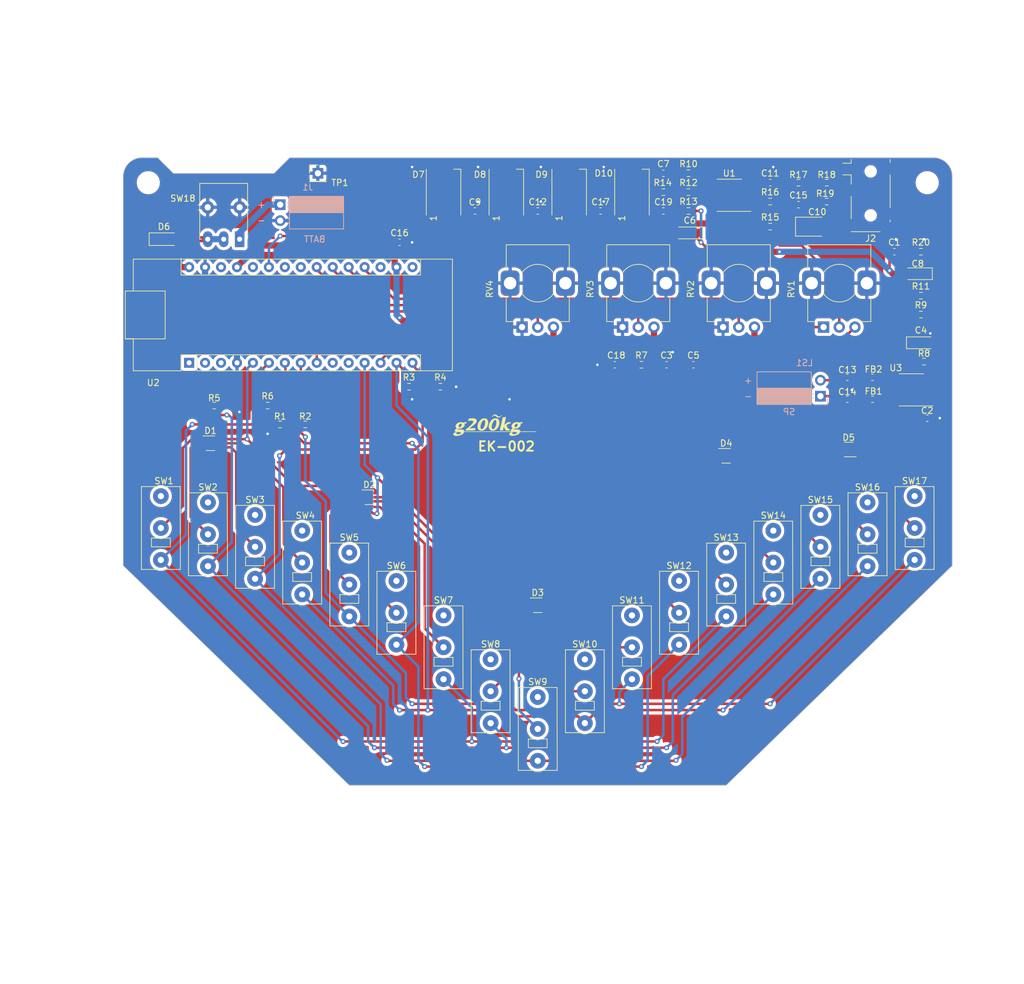
<source format=kicad_pcb>
(kicad_pcb (version 20221018) (generator pcbnew)
  (layers (0 "F.Cu" signal) (31 "B.Cu" signal) (34 "B.Paste" user) (35 "F.Paste" user) (36 "B.SilkS" user "B.Silkscreen") (37 "F.SilkS" user "F.Silkscreen") (38 "B.Mask" user) (39 "F.Mask" user) (44 "Edge.Cuts" user))
  (net 0 "")
  (net 1 "+5V")
  (net 2 "GND")
  (net 3 "/ADC1IN2")
  (net 4 "Net-(U1A--)")
  (net 5 "/DAC1OUT")
  (net 6 "/ADC1IN4")
  (net 7 "Net-(U1A-+)")
  (net 8 "Net-(D1A-K)")
  (net 9 "Net-(D1B-K)")
  (net 10 "/KO0")
  (net 11 "Net-(D1C-K)")
  (net 12 "Net-(D1D-K)")
  (net 13 "/ADC1IN1")
  (net 14 "/NEOPIX")
  (net 15 "Net-(D2A-K)")
  (net 16 "Net-(D2B-K)")
  (net 17 "/KO1")
  (net 18 "Net-(D2C-K)")
  (net 19 "Net-(D2D-K)")
  (net 20 "Net-(D3A-K)")
  (net 21 "Net-(D3B-K)")
  (net 22 "Net-(D3C-K)")
  (net 23 "Net-(D3D-K)")
  (net 24 "Net-(D4A-K)")
  (net 25 "Net-(D4B-K)")
  (net 26 "/KO2")
  (net 27 "Net-(D4C-K)")
  (net 28 "Net-(D4D-K)")
  (net 29 "Net-(D5A-K)")
  (net 31 "Net-(J2-PadT)")
  (net 32 "Net-(D6-A)")
  (net 33 "Net-(J2-PadR)")
  (net 34 "/KI5")
  (net 35 "/KI4")
  (net 36 "/KI3")
  (net 37 "/KI2")
  (net 38 "/KI1")
  (net 39 "/KI0")
  (net 40 "Net-(D7-DOUT)")
  (net 41 "Net-(D8-DOUT)")
  (net 42 "Net-(R12-Pad1)")
  (net 43 "+3.3V")
  (net 44 "Net-(D10-DIN)")
  (net 45 "Net-(U3-OUT-)")
  (net 46 "Net-(U3-OUT+)")
  (net 48 "Net-(J1-Pin_1)")
  (net 49 "Net-(U3-~{SD})")
  (net 50 "Net-(U3-IN+)")
  (net 51 "Net-(U3-IN-)")
  (net 52 "Net-(U1B--)")
  (net 53 "Net-(U1B-+)")
  (net 67 "Net-(D5C-A)")
  (net 70 "Net-(C3-Pad2)")
  (net 71 "Net-(C4-Pad1)")
  (net 72 "Net-(C5-Pad2)")
  (net 73 "Net-(C6-Pad1)")
  (net 74 "Net-(C8-Pad2)")
  (net 75 "Net-(C10-Pad2)")
  (net 76 "Net-(C13-Pad1)")
  (net 77 "Net-(C14-Pad2)")
  (net 78 "Net-(C15-Pad1)")
  (net 79 "/VIN")
  (net 80 "Net-(C8-Pad1)")
  (footprint "Resistor_SMD:R_0603_1608Metric" (layer "F.Cu") (at 176.4 58.28 180)
    (fp_text reference "R13")
    (fp_text value "4.7K")
  )
  (footprint "MyLib:Sw_Micro_Omron-D2F" (layer "F.Cu") (at 174.9 122.28 90)
    (fp_text reference "SW12")
    (fp_text value "D2FC")
  )
  (footprint "MyLib:Potentiometer_Alps_RK09K_Single_Vertical" (layer "F.Cu") (at 168.4 69.78 90)
    (fp_text reference "RV3")
    (fp_text value "RK09K1130A5R 10K")
  )
  (footprint "Resistor_SMD:R_0603_1608Metric" (layer "F.Cu") (at 100.9 89.28)
    (fp_text reference "R5")
    (fp_text value "4.7K")
  )
  (footprint "Resistor_SMD:R_0603_1608Metric" (layer "F.Cu") (at 168.9 82.78 180)
    (fp_text reference "R7")
    (fp_text value "22K")
  )
  (footprint "Resistor_SMD:R_0603_1608Metric" (layer "F.Cu") (at 213.4 64.78 180)
    (fp_text reference "R20")
    (fp_text value "47K")
  )
  (footprint "MyLib:Potentiometer_Alps_RK09K_Single_Vertical" (layer "F.Cu") (at 152.4 69.78 90)
    (fp_text reference "RV4")
    (fp_text value "RK09K1130A5R 10K")
  )
  (footprint "Capacitor_SMD:C_0603_1608Metric" (layer "F.Cu") (at 189.4 53.78 180)
    (fp_text reference "C11")
    (fp_text value "2200pF")
  )
  (footprint "MyLib:Sw_Micro_Omron-D2F" (layer "F.Cu") (at 114.9 114.28 90)
    (fp_text reference "SW4")
    (fp_text value "D2FC")
  )
  (footprint "Resistor_SMD:R_0603_1608Metric" (layer "F.Cu") (at 176.4 52.28)
    (fp_text reference "R10")
    (fp_text value "33K")
  )
  (footprint "Resistor_SMD:R_0603_1608Metric" (layer "F.Cu") (at 172.4 55.28)
    (fp_text reference "R14")
    (fp_text value "4.7K")
  )
  (footprint "MyLib:Hole_PTH_3.2mm" (layer "F.Cu") (at 90.4 53.78)
    (fp_text reference " " hide)
    (fp_text value " ")
  )
  (footprint "Capacitor_SMD:C_0603_1608Metric" (layer "F.Cu") (at 130.4 63.28)
    (fp_text reference "C16")
    (fp_text value "0.1uF")
  )
  (footprint "MyLib:Sw_Micro_Omron-D2F" (layer "F.Cu") (at 189.9 114.28 90)
    (fp_text reference "SW14")
    (fp_text value "D2FC")
  )
  (footprint "MyLib:Hole_PTH_3.2mm" (layer "F.Cu") (at 214.4 53.78)
    (fp_text reference " " hide)
    (fp_text value " ")
  )
  (footprint "Resistor_SMD:R_0603_1608Metric" (layer "F.Cu") (at 198.4 53.78 180)
    (fp_text reference "R18")
    (fp_text value "220R")
  )
  (footprint "LED_SMD:LED_WS2812B_PLCC4_5.0x5.0mm_P3.2mm" (layer "F.Cu") (at 167.4 55.28 90)
    (fp_text reference "D10")
    (fp_text value "WS2812B")
  )
  (footprint "MyLib:g200kgLogo" (layer "F.Cu") (at 145.4 92.28)
    (fp_text reference "G***" hide)
    (fp_text value "LOGO" hide)
  )
  (footprint "Capacitor_SMD:C_0603_1608Metric" (layer "F.Cu") (at 201.6875 88.28 180)
    (fp_text reference "C14")
    (fp_text value "220pF")
  )
  (footprint "MyLib:Potentiometer_Alps_RK09K_Single_Vertical" (layer "F.Cu") (at 200.4 69.78 90)
    (fp_text reference "RV1")
    (fp_text value "RK09K1130A5R 10K")
  )
  (footprint "Capacitor_SMD:C_0603_1608Metric" (layer "F.Cu") (at 209.175 64.78)
    (fp_text reference "C1")
    (fp_text value "0.1uF")
  )
  (footprint "Capacitor_SMD:C_0603_1608Metric" (layer "F.Cu") (at 172.4 58.28)
    (fp_text reference "C19")
    (fp_text value "0.1uF")
  )
  (footprint "LED_SMD:LED_WS2812B_PLCC4_5.0x5.0mm_P3.2mm" (layer "F.Cu") (at 137.4 55.28 90)
    (fp_text reference "D7")
    (fp_text value "WS2812B")
  )
  (footprint "Resistor_SMD:R_0603_1608Metric" (layer "F.Cu") (at 136.9 86.28)
    (fp_text reference "R4")
    (fp_text value "4.7K")
  )
  (footprint "Diode_SMD:D_SOD-123" (layer "F.Cu") (at 92.9 62.78)
    (fp_text reference "D6")
    (fp_text value "B5819W SL")
  )
  (footprint "Resistor_SMD:R_0603_1608Metric" (layer "F.Cu") (at 213.4 71.78)
    (fp_text reference "R11")
    (fp_text value "33K")
  )
  (footprint "Resistor_SMD:R_0603_1608Metric" (layer "F.Cu") (at 131.9 86.28)
    (fp_text reference "R3")
    (fp_text value "4.7K")
  )
  (footprint "Package_TO_SOT_SMD:SOT-363_SC-70-6" (layer "F.Cu") (at 152.4 121.08)
    (fp_text reference "D3")
    (fp_text value "BAT54ADW")
  )
  (footprint "Resistor_SMD:R_0603_1608Metric" (layer "F.Cu") (at 115.4 92.28)
    (fp_text reference "R2")
    (fp_text value "4.7K")
  )
  (footprint "Package_TO_SOT_SMD:SOT-363_SC-70-6" (layer "F.Cu") (at 182.4 97.28)
    (fp_text reference "D4")
    (fp_text value "BAT54ADW")
  )
  (footprint "Package_TO_SOT_SMD:SOT-363_SC-70-6" (layer "F.Cu") (at 201.9 96.28 180)
    (fp_text reference "D5")
    (fp_text value "BAT54ADW")
  )
  (footprint "Resistor_SMD:R_0603_1608Metric" (layer "F.Cu") (at 189.4 60.78 180)
    (fp_text reference "R15")
    (fp_text value "6.8K")
  )
  (footprint "MyLib:Sw_Micro_Omron-D2F" (layer "F.Cu") (at 92.4 108.78 90)
    (fp_text reference "SW1")
    (fp_text value "D2FC")
  )
  (footprint "MyLib:Sw_Micro_Omron-D2F" (layer "F.Cu") (at 122.4 117.78 90)
    (fp_text reference "SW5")
    (fp_text value "D2FC")
  )
  (footprint "LED_SMD:LED_WS2812B_PLCC4_5.0x5.0mm_P3.2mm" (layer "F.Cu") (at 147.4 55.28 90)
    (fp_text reference "D8")
    (fp_text value "WS2812B")
  )
  (footprint "Package_SO:SOIC-8_3.9x4.9mm_P1.27mm" (layer "F.Cu") (at 182.9 55.78 180)
    (fp_text reference "U1")
    (fp_text value "AD8532ARZ")
  )
  (footprint "Capacitor_SMD:C_0603_1608Metric" (layer "F.Cu") (at 214.4 91.28)
    (fp_text reference "C2")
    (fp_text value "0.1uF")
  )
  (footprint "MyLib:Sw_Micro_Omron-D2F" (layer "F.Cu") (at 152.4 140.78 90)
    (fp_text reference "SW9")
    (fp_text value "D2FC")
  )
  (footprint "MyLib:Sw_Micro_Omron-D2F" (layer "F.Cu") (at 197.4 111.78 90)
    (fp_text reference "SW15")
    (fp_text value "D2FC")
  )
  (footprint "MyLib:Sw_Micro_Omron-D2F" (layer "F.Cu") (at 182.4 117.78 90)
    (fp_text reference "SW13")
    (fp_text value "D2FC")
  )
  (footprint "Resistor_SMD:R_0603_1608Metric" (layer "F.Cu") (at 213.9 82.28)
    (fp_text reference "R8")
    (fp_text value "10K")
  )
  (footprint "Resistor_SMD:R_0603_1608Metric" (layer "F.Cu") (at 109.4 89.28)
    (fp_text reference "R6")
    (fp_text value "4.7K")
  )
  (footprint "Arduino:Nucleo_32" (layer "F.Cu") (at 88.01 74.845 90)
    (fp_text reference "U2")
    (fp_text value "Nucleo_STM32F303K8")
  )
  (footprint "MyLib:Sw_Micro_Omron-D2F" (layer "F.Cu") (at 137.4 127.78 90)
    (fp_text reference "SW7")
    (fp_text value "D2FC")
  )
  (footprint "MyLib:Sw_Rocker_4MS1R202M6QES" (layer "F.Cu") (at 102.4 62.78 180)
    (fp_text reference "SW18")
    (fp_text value "4MS1R202M6QES")
  )
  (footprint "Inductor_SMD:L_0603_1608Metric" (layer "F.Cu") (at 205.6875 84.78 180)
    (fp_text reference "FB2")
    (fp_text value "GZ1608D601TF")
  )
  (footprint "Package_TO_SOT_SMD:SOT-363_SC-70-6" (layer "F.Cu") (at 100.3 95.28)
    (fp_text reference "D1")
    (fp_text value "BAT54ADW")
  )
  (footprint "Package_TO_SOT_SMD:SOT-363_SC-70-6" (layer "F.Cu") (at 125.6 103.88)
    (fp_text reference "D2")
    (fp_text value "BAT54ADW")
  )
  (footprint "Inductor_SMD:L_0603_1608Metric" (layer "F.Cu") (at 205.6875 88.28 180)
    (fp_text reference "FB1")
    (fp_text value "GZ1608D601TF")
  )
  (footprint "Connector_PinHeader_2.54mm:PinHeader_1x01_P2.54mm_Vertical" (layer "F.Cu") (at 117.4 52.28)
    (fp_text reference "TP1")
    (fp_text value "TestPoint")
  )
  (footprint "Resistor_SMD:R_0603_1608Metric" (layer "F.Cu") (at 193.9 53.78)
    (fp_text reference "R17")
    (fp_text value "47K")
  )
  (footprint "Capacitor_SMD:C_0603_1608Metric" (layer "F.Cu") (at 172.4 52.28 180)
    (fp_text reference "C7")
    (fp_text value "0.1uF")
  )
  (footprint "MyLib:SOP-8_3.9x4.9mm_P1.27mm" (layer "F.Cu") (at 211.9 86.78 180)
    (fp_text reference "U3")
    (fp_text value "PAM8302AAD")
  )
  (footprint "Resistor_SMD:R_0603_1608Metric" (layer "F.Cu") (at 198.4 56.78 180)
    (fp_text reference "R19")
    (fp_text value "220R")
  )
  (footprint "Capacitor_SMD:C_0603_1608Metric" (layer "F.Cu") (at 177.175 82.78)
    (fp_text reference "C5")
    (fp_text value "0.1uF")
  )
  (footprint "Capacitor_Tantalum_SMD:CP_EIA-3216-18_Kemet-A" (layer "F.Cu") (at 176.4 61.78 180)
    (fp_text reference "C6")
    (fp_text value "10uF")
  )
  (footprint "Capacitor_SMD:C_0603_1608Metric" (layer "F.Cu") (at 142.4 58.28)
    (fp_text reference "C9")
    (fp_text value "0.1uF")
  )
  (footprint "MyLib:Sw_Micro_Omron-D2F" (layer "F.Cu") (at 159.9 134.78 90)
    (fp_text reference "SW10")
    (fp_text value "D2FC")
  )
  (footprint "Capacitor_Tantalum_SMD:CP_EIA-3216-18_Kemet-A" (layer "F.Cu") (at 213.4 79.28)
    (fp_text reference "C4")
    (fp_text value "10uF")
  )
  (footprint "MyLib:Sw_Micro_Omron-D2F" (layer "F.Cu") (at 144.9 134.78 90)
    (fp_text reference "SW8")
    (fp_text value "D2FC")
  )
  (footprint "Resistor_SMD:R_0603_1608Metric" (layer "F.Cu") (at 176.4 55.28 180)
    (fp_text reference "R12")
    (fp_text value "12K")
  )
  (footprint "MyLib:Sw_Micro_Omron-D2F" (layer "F.Cu") (at 212.4 108.78 90)
    (fp_text reference "SW17")
    (fp_text value "D2FC")
  )
  (footprint "Capacitor_SMD:C_0603_1608Metric" (layer "F.Cu") (at 172.9 82.78 180)
    (fp_text reference "C3")
    (fp_text value "2200pF")
  )
  (footprint "Capacitor_Tantalum_SMD:CP_EIA-3528-21_Kemet-B" (layer "F.Cu") (at 195.9 60.78)
    (fp_text reference "C10")
    (fp_text value "47uF")
  )
  (footprint "MyLib:Jack_3.5mm_XKB_PJ342B-TX" (layer "F.Cu") (at 205.4 49.58)
    (fp_text reference "J2")
    (fp_text value "XKB_PJ-342B")
  )
  (footprint "MyLib:Sw_Micro_Omron-D2F" (layer "F.Cu") (at 99.9 109.78 90)
    (fp_text reference "SW2")
    (fp_text value "D2FC")
  )
  (footprint "Resistor_SMD:R_0603_1608Metric" (layer "F.Cu") (at 213.4 74.78 180)
    (fp_text reference "R9")
    (fp_text value "10K")
  )
  (footprint "MyLib:Sw_Micro_Omron-D2F" (layer "F.Cu") (at 167.4 127.78 90)
    (fp_text reference "SW11")
    (fp_text value "D2FC")
  )
  (footprint "MyLib:Potentiometer_Alps_RK09K_Single_Vertical" (layer "F.Cu") (at 184.4 69.78 90)
    (fp_text reference "RV2")
    (fp_text value "RK09K1130A5R 10K")
  )
  (footprint "MyLib:Sw_Micro_Omron-D2F" (layer "F.Cu") (at 107.4 111.78 90)
    (fp_text reference "SW3")
    (fp_text value "D2FC")
  )
  (footprint "Capacitor_Tantalum_SMD:CP_EIA-3216-18_Kemet-A" (layer "F.Cu") (at 212.9 68.28 180)
    (fp_text reference "C8")
    (fp_text value "10uF")
  )
  (footprint "Capacitor_SMD:C_0603_1608Metric" (layer "F.Cu") (at 162.4 58.28)
    (fp_text reference "C17")
    (fp_text value "0.1uF")
  )
  (footprint "Resistor_SMD:R_0603_1608Metric" (layer "F.Cu") (at 189.4 56.78)
    (fp_text reference "R16")
    (fp_text value "4.7K")
  )
  (footprint "Capacitor_SMD:C_0603_1608Metric" (layer "F.Cu") (at 164.675 82.78 180)
    (fp_text reference "C18")
    (fp_text value "0.1uF")
  )
  (footprint "Capacitor_SMD:C_0603_1608Metric" (layer "F.Cu") (at 193.9 57.28 180)
    (fp_text reference "C15")
    (fp_text value "0.01uF")
  )
  (footprint "LED_SMD:LED_WS2812B_PLCC4_5.0x5.0mm_P3.2mm" (layer "F.Cu") (at 157.4 55.28 90)
    (fp_text reference "D9")
    (fp_text value "WS2812B")
  )
  (footprint "Resistor_SMD:R_0603_1608Metric" (layer "F.Cu") (at 111.4 92.28 180)
    (fp_text reference "R1")
    (fp_text value "4.7K")
  )
  (footprint "Capacitor_SMD:C_0603_1608Metric" (layer "F.Cu") (at 152.4 58.28)
    (fp_text reference "C12")
    (fp_text value "0.1uF")
  )
  (footprint "Capacitor_SMD:C_0603_1608Metric" (layer "F.Cu") (at 201.6875 84.78)
    (fp_text reference "C13")
    (fp_text value "220pF")
  )
  (footprint "MyLib:Sw_Micro_Omron-D2F" (layer "F.Cu") (at 129.9 122.28 90)
    (fp_text reference "SW6")
    (fp_text value "D2FC")
  )
  (footprint "MyLib:Sw_Micro_Omron-D2F" (layer "F.Cu") (at 204.9 109.78 90)
    (fp_text reference "SW16")
    (fp_text value "D2FC")
  )
  (footprint "Connector_PinSocket_2.54mm:PinSocket_1x02_P2.54mm_Horizontal" (layer "B.Cu") (at 197.4 87.78)
    (fp_text reference "LS1")
    (fp_text value "DXYD40-22P-4A" hide)
  )
  (footprint "Connector_PinSocket_2.54mm:PinSocket_1x02_P2.54mm_Horizontal" (layer "B.Cu") (at 111.4 57.28 180)
    (fp_text reference "J1")
    (fp_text value "BATT")
  )
  (gr_line (start 86.4 114.78) (end 86.4 52.78) (stroke (width 0.1)) (layer "Edge.Cuts"))
  (gr_arc (start 86.4 52.78) (mid 87.27868 50.65868) (end 89.4 49.78) (stroke (width 0.1)) (layer "Edge.Cuts"))
  (gr_line (start 182.4 149.78) (end 218.4 114.78) (stroke (width 0.1)) (layer "Edge.Cuts"))
  (gr_line (start 182.4 149.78) (end 122.4 149.78) (stroke (width 0.1)) (layer "Edge.Cuts"))
  (gr_line (start 94.4 52.28) (end 110.4 52.28) (stroke (width 0.1)) (layer "Edge.Cuts"))
  (gr_line (start 94.4 52.28) (end 91.9 49.78) (stroke (width 0.1)) (layer "Edge.Cuts"))
  (gr_line (start 91.9 49.78) (end 89.4 49.78) (stroke (width 0.1)) (layer "Edge.Cuts"))
  (gr_arc (start 215.4 49.78) (mid 217.52132 50.65868) (end 218.4 52.78) (stroke (width 0.1)) (layer "Edge.Cuts"))
  (gr_line (start 86.4 114.78) (end 122.4 149.78) (stroke (width 0.1)) (layer "Edge.Cuts"))
  (gr_line (start 110.4 52.28) (end 112.9 49.78) (stroke (width 0.1)) (layer "Edge.Cuts"))
  (gr_line (start 218.4 52.78) (end 218.4 114.78) (stroke (width 0.1)) (layer "Edge.Cuts"))
  (gr_line (start 112.9 49.78) (end 215.4 49.78) (stroke (width 0.1)) (layer "Edge.Cuts"))
  (gr_text "+" (at 108.4 57.28) (layer "B.SilkS") (effects (font (size 1 1)) (justify mirror)))
  (gr_text "-" (at 185.9 87.78) (layer "B.SilkS") (effects (font (size 1 1)) (justify mirror)))
  (gr_text "SP" (at 192.4 90.28) (layer "B.SilkS") (effects (font (size 1 1)) (justify mirror)))
  (gr_text "+" (at 185.9 85.28) (layer "B.SilkS") (effects (font (size 1 1)) (justify mirror)))
  (gr_text "BATT" (at 116.9 62.78) (layer "B.SilkS") (effects (font (size 1 1)) (justify mirror)))
  (gr_text "-" (at 108.4 59.78) (layer "B.SilkS") (effects (font (size 1 1)) (justify mirror)))
  (gr_text locked "EK-002" (at 147.4 95.78) (layer "F.SilkS") (effects (font (size 1.5 1.5) (thickness 0.3))))
  (segment (start 151.9 60.28) (end 152.4 60.28) (width 1) (layer "F.Cu") (net 1))
  (segment (start 161.625 58.28) (end 161.625 60.005) (width 1) (layer "F.Cu") (net 1))
  (segment (start 209.4 81.28) (end 210.9 82.78) (width 1) (layer "F.Cu") (net 1))
  (segment (start 180.125 57.985) (end 180.425 57.685) (width 1) (layer "F.Cu") (net 1))
  (segment (start 104.52 67.16) (end 104.52 67.225) (width 1) (layer "F.Cu") (net 1))
  (segment (start 180.125 60.28) (end 180.125 63.005) (width 1) (layer "F.Cu") (net 1))
  (segment (start 209.275 86.145) (end 210.535 86.145) (width 0.4) (layer "F.Cu") (net 1))
  (segment (start 213.625 91.28) (end 213.625 91.005) (width 0.4) (layer "F.Cu") (net 1))
  (segment (start 212.575 71.78) (end 209.4 71.78) (width 0.4) (layer "F.Cu") (net 1))
  (segment (start 135.75 59.63) (end 135.75 57.73) (width 1) (layer "F.Cu") (net 1))
  (segment (start 141.35 60.28) (end 136.4 60.28) (width 1) (layer "F.Cu") (net 1))
  (segment (start 155.9 60.28) (end 155.75 60.13) (width 1) (layer "F.Cu") (net 1))
  (segment (start 128.45 57.73) (end 122.4 63.78) (width 1) (layer "F.Cu") (net 1))
  (segment (start 171.625 59.555) (end 172.35 60.28) (width 1) (layer "F.Cu") (net 1))
  (segment (start 209.4 81.28) (end 209.4 71.78) (width 1) (layer "F.Cu") (net 1))
  (segment (start 141.625 58.28) (end 141.625 60.005) (width 1) (layer "F.Cu") (net 1))
  (segment (start 145.9 60.28) (end 151.35 60.28) (width 1) (layer "F.Cu") (net 1))
  (segment (start 171.625 59.555) (end 170.9 60.28) (width 1) (layer "F.Cu") (net 1))
  (segment (start 161.9 60.28) (end 165.9 60.28) (width 1) (layer "F.Cu") (net 1))
  (segment (start 171.625 58.28) (end 171.625 59.555) (width 1) (layer "F.Cu") (net 1))
  (segment (start 165.75 60.13) (end 165.75 57.73) (width 1) (layer "F.Cu") (net 1))
  (segment (start 210.9 86.51) (end 210.535 86.145) (width 0.4) (layer "F.Cu") (net 1))
  (segment (start 210.9 88.28) (end 210.9 86.51) (width 0.4) (layer "F.Cu") (net 1))
  (segment (start 141.625 60.005) (end 141.35 60.28) (width 1) (layer "F.Cu") (net 1))
  (segment (start 209.4 68.78) (end 209.4 71.78) (width 1) (layer "F.Cu") (net 1))
  (segment (start 135.75 57.73) (end 128.45 57.73) (width 1) (layer "F.Cu") (net 1))
  (segment (start 145.75 60.13) (end 145.75 57.73) (width 1) (layer "F.Cu") (net 1))
  (segment (start 151.625 60.005) (end 151.9 60.28) (width 1) (layer "F.Cu") (net 1))
  (segment (start 107.9 63.78) (end 104.52 67.16) (width 1) (layer "F.Cu") (net 1))
  (segment (start 155.75 60.13) (end 155.75 57.73) (width 1) (layer "F.Cu") (net 1))
  (segment (start 161.625 60.005) (end 161.9 60.28) (width 1) (layer "F.Cu") (net 1))
  (segment (start 141.9 60.28) (end 145.9 60.28) (width 1) (layer "F.Cu") (net 1))
  (segment (start 213.625 91.005) (end 210.9 88.28) (width 0.4) (layer "F.Cu") (net 1))
  (segment (start 151.625 58.28) (end 151.625 60.005) (width 1) (layer "F.Cu") (net 1))
  (segment (start 152.4 60.28) (end 155.9 60.28) (width 1) (layer "F.Cu") (net 1))
  (segment (start 209.4 68.78) (end 208.4 67.78) (width 1) (layer "F.Cu") (net 1))
  (segment (start 210.9 85.78) (end 210.9 82.78) (width 0.4) (layer "F.Cu") (net 1))
  (segment (start 190.9 64.78) (end 181.9 64.78) (width 1) (layer "F.Cu") (net 1))
  (segment (start 165.9 60.28) (end 170.9 60.28) (width 1) (layer "F.Cu") (net 1))
  (segment (start 165.9 60.28) (end 165.75 60.13) (width 1) (layer "F.Cu") (net 1))
  (segment (start 175.9 60.28) (end 180.125 60.28) (width 1) (layer "F.Cu") (net 1))
  (segment (start 181.9 64.78) (end 180.125 63.005) (width 1) (layer "F.Cu") (net 1))
  (segment (start 180.125 60.28) (end 180.125 57.985) (width 1) (layer "F.Cu") (net 1))
  (segment (start 175.575 59.955) (end 175.9 60.28) (width 0.4) (layer "F.Cu") (net 1))
  (segment (start 141.625 60.005) (end 141.9 60.28) (width 1) (layer "F.Cu") (net 1))
  (segment (start 208.4 64.78) (end 208.4 67.78) (width 0.4) (layer "F.Cu") (net 1))
  (segment (start 145.9 60.28) (end 145.75 60.13) (width 1) (layer "F.Cu") (net 1))
  (segment (start 210.535 86.145) (end 210.9 85.78) (width 0.4) (layer "F.Cu") (net 1))
  (segment (start 175.575 58.28) (end 175.575 59.955) (width 0.4) (layer "F.Cu") (net 1))
  (segment (start 122.4 63.78) (end 107.9 63.78) (width 1) (layer "F.Cu") (net 1))
  (segment (start 136.4 60.28) (end 135.75 59.63) (width 1) (layer "F.Cu") (net 1))
  (segment (start 151.35 60.28) (end 151.625 60.005) (width 1) (layer "F.Cu") (net 1))
  (segment (start 172.35 60.28) (end 175.9 60.28) (width 1) (layer "F.Cu") (net 1))
  (segment (start 155.9 60.28) (end 161.9 60.28) (width 1) (layer "F.Cu") (net 1))
  (via (at 190.9 64.78) (size 0.8) (drill 0.4) (layers "F.Cu" "B.Cu") (net 1))
  (via (at 208.4 67.78) (size 0.8) (drill 0.4) (layers "F.Cu" "B.Cu") (net 1))
  (segment (start 205.4 64.78) (end 190.9 64.78) (width 1) (layer "B.Cu") (net 1))
  (segment (start 205.4 64.78) (end 208.4 67.78) (width 1) (layer "B.Cu") (net 1))
  (segment (start 191.9 51.28) (end 189.9 51.28) (width 0.4) (layer "F.Cu") (net 2))
  (segment (start 202.4 86.78) (end 202.4625 86.78) (width 0.4) (layer "F.Cu") (net 2))
  (segment (start 125.9 88.28) (end 125.9 93.78) (width 0.4) (layer "F.Cu") (net 2))
  (segment (start 175.05 66.83) (end 178 69.78) (width 0.4) (layer "F.Cu") (net 2))
  (segment (start 142.9 51.28) (end 148.9 51.28) (width 0.4) (layer "F.Cu") (net 2))
  (segment (start 185.9 51.28) (end 185.375 51.805) (width 0.4) (layer "F.Cu") (net 2))
  (segment (start 139.05 52.83) (end 139.05 51.63) (width 0.4) (layer "F.Cu") (net 2))
  (segment (start 169.2 51.28) (end 169.05 51.43) (width 0.4) (layer "F.Cu") (net 2))
  (segment (start 173.175 56.88) (end 171.575 55.28) (width 0.4) (layer "F.Cu") (net 2))
  (segment (start 214.75 77.93) (end 214.9 77.78) (width 0.4) (layer "F.Cu") (net 2))
  (segment (start 184.85 51.28) (end 171.85 51.28) (width 0.4) (layer "F.Cu") (net 2))
  (segment (start 171.575 54.455) (end 170.675 54.455) (width 0.4) (layer "F.Cu") (net 2))
  (segment (start 191.9 53.78) (end 193.075 53.78) (width 0.4) (layer "F.Cu") (net 2))
  (segment (start 125.9 88.28) (end 132.4 88.28) (width 0.4) (layer "F.Cu") (net 2))
  (segment (start 190.175 53.78) (end 191.9 53.78) (width 0.4) (layer "F.Cu") (net 2))
  (segment (start 159.05 51.43) (end 159.05 52.83) (width 0.4) (layer "F.Cu") (net 2))
  (segment (start 173.175 58.28) (end 173.175 56.88) (width 0.4) (layer "F.Cu") (net 2))
  (segment (start 132.725 87.955) (end 132.4 88.28) (width 0.4) (layer "F.Cu") (net 2))
  (segment (start 152.9 51.28) (end 158.9 51.28) (width 0.4) (layer "F.Cu") (net 2))
  (segment (start 173.675 82.78) (end 173.675 81.005) (width 0.4) (layer "F.Cu") (net 2))
  (segment (start 207.4 86.78) (end 202.4 86.78) (width 0.4) (layer "F.Cu") (net 2))
  (segment (start 169.25 53.28) (end 169.25 53.455) (width 0.4) (layer "F.Cu") (net 2))
  (segment (start 158.9 51.28) (end 162.9 51.28) (width 0.4) (layer "F.Cu") (net 2))
  (segment (start 139.05 51.63) (end 139.4 51.28) (width 0.4) (layer "F.Cu") (net 2))
  (segment (start 139.4 51.28) (end 142.9 51.28) (width 0.4) (layer "F.Cu") (net 2))
  (segment (start 109.4 92.28) (end 109.4 93.78) (width 0.4) (layer "F.Cu") (net 2))
  (segment (start 113.86 59.82) (end 113.86 52.32) (width 0.4) (layer "F.Cu") (net 2))
  (segment (start 214.225 63.105) (end 213.9 62.78) (width 0.4) (layer "F.Cu") (net 2))
  (segment (start 191.9 53.78) (end 191.9 51.28) (width 0.4) (layer "F.Cu") (net 2))
  (segment (start 214.75 79.28) (end 214.75 77.93) (width 0.4) (layer "F.Cu") (net 2))
  (segment (start 185.375 51.805) (end 185.375 53.875) (width 0.4) (layer "F.Cu") (net 2))
  (segment (start 169.05 51.43) (end 169.05 52.83) (width 0.4) (layer "F.Cu") (net 2))
  (segment (start 132.4 63.28) (end 131.175 63.28) (width 0.4) (layer "F.Cu") (net 2))
  (segment (start 201.9 51.58) (end 201.6 51.28) (width 0.4) (layer "F.Cu") (net 2))
  (segment (start 116.225 93.105) (end 116.225 92.28) (width 0.4) (layer "F.Cu") (net 2))
  (segment (start 175.05 61.78) (end 175.05 66.83) (width 0.4) (layer "F.Cu") (net 2))
  (segment (start 148.9 51.28) (end 149.05 51.43) (width 0.4) (layer "F.Cu") (net 2))
  (segment (start 162.9 51.28) (end 168.9 51.28) (width 0.4) (layer "F.Cu") (net 2))
  (segment (start 209.95 63.33) (end 209.4 62.78) (width 0.4) (layer "F.Cu") (net 2))
  (segment (start 173.675 81.005) (end 173.9 80.78) (width 0.4) (layer "F.Cu") (net 2))
  (segment (start 153.175 57.055) (end 152.9 56.78) (width 0.4) (layer "F.Cu") (net 2))
  (segment (start 122.4 51.28) (end 132.4 51.28) (width 0.4) (layer "F.Cu") (net 2))
  (segment (start 185.375 51.805) (end 184.85 51.28) (width 0.4) (layer "F.Cu") (net 2))
  (segment (start 209.95 64.78) (end 209.95 63.33) (width 0.4) (layer "F.Cu") (net 2))
  (segment (start 169.2 51.28) (end 171.4 51.28) (width 0.4) (layer "F.Cu") (net 2))
  (segment (start 185.4 53.85) (end 185.375 53.875) (width 0.4) (layer "F.Cu") (net 2))
  (segment (start 139.05 51.63) (end 138.7 51.28) (width 0.4) (layer "F.Cu") (net 2))
  (segment (start 104.52 89.28) (end 104.52 82.465) (width 0.4) (layer "F.Cu") (net 2))
  (segment (start 148.9 51.28) (end 152.9 51.28) (width 0.4) (layer "F.Cu") (net 2))
  (segment (start 143.175 58.28) (end 143.175 57.055) (width 0.4) (layer "F.Cu") (net 2))
  (segment (start 209.275 87.415) (end 208.035 87.415) (width 0.4) (layer "F.Cu") (net 2))
  (segment (start 202.4625 88.28) (end 202.4625 86.78) (width 0.4) (layer "F.Cu") (net 2))
  (segment (start 113.86 52.32) (end 113.9 52.28) (width 0.4) (layer "F.Cu") (net 2))
  (segment (start 122.4 52.28) (end 122.4 51.28) (width 0.4) (layer "F.Cu") (net 2))
  (segment (start 171.625 51.505) (end 171.4 51.28) (width 0.4) (layer "F.Cu") (net 2))
  (segment (start 138.7 51.28) (end 132.4 51.28) (width 0.4) (layer "F.Cu") (net 2))
  (segment (start 110.225 90.105) (end 110.575 90.455) (width 0.4) (layer "F.Cu") (net 2))
  (segment (start 171.625 52.28) (end 171.625 51.505) (width 0.4) (layer "F.Cu") (net 2))
  (segment (start 171.575 55.28) (end 171.575 54.455) (width 0.4) (layer "F.Cu") (net 2))
  (segment (start 137.725 86.28) (end 139.4 86.28) (width 0.4) (layer "F.Cu") (net 2))
  (segment (start 215.175 91.28) (end 216.4 91.28) (width 0.4) (layer "F.Cu") (net 2))
  (segment (start 101.725 89.28) (end 104.52 89.28) (width 0.4) (layer "F.Cu") (net 2))
  (segment (start 163.175 58.28) (end 163.175 57.055) (width 0.4) (layer "F.Cu") (net 2))
  (segment (start 214.225 64.78) (end 214.225 63.105) (width 0.4) (layer "F.Cu") (net 2))
  (segment (start 163.175 57.055) (end 162.9 56.78) (width 0.4) (layer "F.Cu") (net 2))
  (segment (start 170.675 54.455) (end 169.05 52.83) (width 0.4) (layer "F.Cu") (net 2))
  (segment (start 110.575 90.455) (end 110.575 92.28) (width 0.4) (layer "F.Cu") (net 2))
  (segment (start 104.9 90.28) (end 104.52 89.9) (width 0.4) (layer "F.Cu") (net 2))
  (segment (start 202.4625 86.78) (end 202.4625 84.78) (width 0.4) (layer "F.Cu") (net 2))
  (segment (start 149.05 51.43) (end 149.05 52.83) (width 0.4) (layer "F.Cu") (net 2))
  (segment (start 113.9 52.28) (end 117.4 52.28) (width 0.4) (layer "F.Cu") (net 2))
  (segment (start 168.9 51.28) (end 169.05 51.43) (width 0.4) (layer "F.Cu") (net 2))
  (segment (start 117.4 52.28) (end 122.4 52.28) (width 0.4) (layer "F.Cu") (net 2))
  (segment (start 163.9 82.78) (end 161.9 82.78) (width 0.4) (layer "F.Cu") (net 2))
  (segment (start 201.6 51.28) (end 191.9 51.28) (width 0.4) (layer "F.Cu") (net 2))
  (segment (start 111.4 59.82) (end 113.86 59.82) (width 0.4) (layer "F.Cu") (net 2))
  (segment (start 189.9 51.28) (end 185.9 51.28) (width 0.4) (layer "F.Cu") (net 2))
  (segment (start 201.625 51.555) (end 201.9 51.28) (width 0.4) (layer "F.Cu") (net 2))
  (segment (start 110.225 89.28) (end 110.225 90.105) (width 0.4) (layer "F.Cu") (net 2))
  (segment (start 132.725 86.28) (end 132.725 87.955) (width 0.4) (layer "F.Cu") (net 2))
  (segment (start 208.035 87.415) (end 207.4 86.78) (width 0.4) (layer "F.Cu") (net 2))
  (segment (start 143.175 57.055) (end 142.9 56.78) (width 0.4) (layer "F.Cu") (net 2))
  (segment (start 116.9 93.78) (end 116.225 93.105) (width 0.4) (layer "F.Cu") (net 2))
  (segment (start 158.9 51.28) (end 159.05 51.43) (width 0.4) (layer "F.Cu") (net 2))
  (segment (start 109.4 92.28) (end 110.575 92.28) (width 0.4) (layer "F.Cu") (net 2))
  (segment (start 125.9 93.78) (end 116.9 93.78) (width 0.4) (layer "F.Cu") (net 2))
  (segment (start 153.175 58.28) (end 153.175 57.055) (width 0.4) (layer "F.Cu") (net 2))
  (segment (start 171.85 51.28) (end 171.625 51.505) (width 0.4) (layer "F.Cu") (net 2))
  (segment (start 104.52 89.9) (end 104.52 89.28) (width 0.4) (layer "F.Cu") (net 2))
  (via (at 132.4 63.28) (size 0.8) (drill 0.4) (layers "F.Cu" "B.Cu") (net 2))
  (via (at 214.9 77.78) (size 0.8) (drill 0.4) (layers "F.Cu" "B.Cu") (net 2))
  (via (at 152.9 51.28) (size 0.8) (drill 0.4) (layers "F.Cu" "B.Cu") (net 2))
  (via (at 202.4 86.78) (size 0.8) (drill 0.4) (layers "F.Cu" "B.Cu") (net 2))
  (via (at 132.4 51.28) (size 0.8) (drill 0.4) (layers "F.Cu" "B.Cu") (net 2))
  (via (at 152.9 56.78) (size 0.8) (drill 0.4) (layers "F.Cu" "B.Cu") (net 2))
  (via (at 104.9 90.28) (size 0.8) (drill 0.4) (layers "F.Cu" "B.Cu") (net 2))
  (via (at 162.9 56.78) (size 0.8) (drill 0.4) (layers "F.Cu" "B.Cu") (net 2))
  (via (at 142.9 51.28) (size 0.8) (drill 0.4) (layers "F.Cu" "B.Cu") (net 2))
  (via (at 189.9 51.28) (size 0.8) (drill 0.4) (layers "F.Cu" "B.Cu") (net 2))
  (via (at 173.9 80.78) (size 0.8) (drill 0.4) (layers "F.Cu" "B.Cu") (net 2))
  (via (at 142.9 56.78) (size 0.8) (drill 0.4) (layers "F.Cu" "B.Cu") (net 2))
  (via (at 147.9 88.28) (size 0.8) (drill 0.4) (layers "F.Cu" "B.Cu") (net 2))
  (via (at 161.9 82.78) (size 0.8) (drill 0.4) (layers "F.Cu" "B.Cu") (net 2))
  (via (at 216.4 91.28) (size 0.8) (drill 0.4) (layers "F.Cu" "B.Cu") (net 2))
  (via (at 132.4 88.28) (size 0.8) (drill 0.4) (layers "F.Cu" "B.Cu") (net 2))
  (via (at 213.9 62.78) (size 0.8) (drill 0.4) (layers "F.Cu" "B.Cu") (net 2))
  (via (at 109.4 93.78) (size 0.8) (drill 0.4) (layers "F.Cu" "B.Cu") (net 2))
  (via (at 209.4 62.78) (size 0.8) (drill 0.4) (layers "F.Cu" "B.Cu") (net 2))
  (via (at 162.9 51.28) (size 0.8) (drill 0.4) (layers "F.Cu" "B.Cu") (net 2))
  (via (at 139.4 86.28) (size 0.8) (drill 0.4) (layers "F.Cu" "B.Cu") (net 2))
  (segment (start 188.8 69.78) (end 196 69.78) (width 0.4) (layer "B.Cu") (net 2))
  (segment (start 162.9 56.78) (end 162.9 51.28) (width 0.4) (layer "B.Cu") (net 2))
  (segment (start 216.4 91.28) (end 202.4 91.28) (width 0.4) (layer "B.Cu") (net 2))
  (segment (start 147.9 88.28) (end 147.9 76.78) (width 0.4) (layer "B.Cu") (net 2))
  (segment (start 104.94 57.7) (end 99.86 57.7) (width 0.4) (layer "B.Cu") (net 2))
  (segment (start 178 69.78) (end 186.8 69.78) (width 0.4) (layer "B.Cu") (net 2))
  (segment (start 113.9 54.78) (end 113.9 52.32) (width 0.4) (layer "B.Cu") (net 2))
  (segment (start 147.9 76.78) (end 145.9 76.78) (width 0.4) (layer "B.Cu") (net 2))
  (segment (start 99.44 65.32) (end 97.44 65.32) (width 0.4) (layer "B.Cu") (net 2))
  (segment (start 177.9 76.78) (end 177.9 69.88) (width 0.4) (layer "B.Cu") (net 2))
  (segment (start 104.9 90.28) (end 104.9 96.78) (width 0.4) (layer "B.Cu") (net 2))
  (segment (start 109.4 96.78) (end 109.4 93.78) (width 0.4) (layer "B.Cu") (net 2))
  (segment (start 204.8 69.78) (end 196 69.78) (width 0.4) (layer "B.Cu") (net 2))
  (segment (start 146 63.38) (end 145.9 63.38) (width 0.4) (layer "B.Cu") (net 2))
  (segment (start 173.9 76.78) (end 177.9 76.78) (width 0.4) (layer "B.Cu") (net 2))
  (segment (start 104.94 57.7) (end 104.94 54.78) (width 0.4) (layer "B.Cu") (net 2))
  (segment (start 173.9 80.78) (end 173.9 76.78) (width 0.4) (layer "B.Cu") (net 2))
  (segment (start 165.9 76.78) (end 161.9 76.78) (width 0.4) (layer "B.Cu") (net 2))
  (segment (start 132.4 88.28) (end 139.4 88.28) (width 0.4) (layer "B.Cu") (net 2))
  (segment (start 132.5 63.38) (end 132.4 63.28) (width 0.4) (layer "B.Cu") (net 2))
  (segment (start 104.9 96.78) (end 109.4 96.78) (width 0.4) (layer "B.Cu") (net 2))
  (segment (start 156.8 69.78) (end 162 69.78) (width 0.4) (layer "B.Cu") (net 2))
  (segment (start 132.4 51.28) (end 132.4 63.28) (width 0.4) (layer "B.Cu") (net 2))
  (segment (start 152.9 56.78) (end 152.9 51.28) (width 0.4) (layer "B.Cu") (net 2))
  (segment (start 177.9 69.88) (end 178 69.78) (width 0.4) (layer "B.Cu") (net 2))
  (segment (start 214.9 77.78) (end 214.9 71.28) (width 0.4) (layer "B.Cu") (net 2))
  (segment (start 148 69.78) (end 156.8 69.78) (width 0.4) (layer "B.Cu") (net 2))
  (segment (start 161.9 69.88) (end 162 69.78) (width 0.4) (layer "B.Cu") (net 2))
  (segment (start 188.8 52.38) (end 189.9 51.28) (width 0.4) (layer "B.Cu") (net 2))
  (segment (start 117.36 52.32) (end 117.4 52.28) (width 0.4) (layer "B.Cu") (net 2))
  (segment (start 209.4 62.78) (end 209.4 69.78) (width 0.4) (layer "B.Cu") (net 2))
  (segment (start 188.8 69.78) (end 188.8 52.38) (width 0.4) (layer "B.Cu") (net 2))
  (segment (start 209.4 69.78) (end 209.4 71.28) (width 0.4) (layer "B.Cu") (net 2))
  (segment (start 216.4 91.28) (end 216.4 77.78) (width 0.4) (layer "B.Cu") (net 2))
  (segment (start 99.74 57.82) (end 99.86 57.7) (width 0.4) (layer "B.Cu") (net 2))
  (segment (start 216.4 77.78) (end 214.9 77.78) (width 0.4) (layer "B.Cu") (net 2))
  (segment (start 97.44 57.82) (end 99.74 57.82) (width 0.4) (layer "B.Cu") (net 2))
  (segment (start 161.9 76.78) (end 161.9 69.88) (width 0.4) (layer "B.Cu") (net 2))
  (segment (start 99.44 72.32) (end 104.52 77.4) (width 1) (layer "B.Cu") (net 2))
  (segment (start 142.9 56.78) (end 142.9 51.28) (width 0.4) (layer "B.Cu") (net 2))
  (segment (start 99.44 67.225) (end 99.44 72.32) (width 1) (layer "B.Cu") (net 2))
  (segment (start 209.4 69.78) (end 204.8 69.78) (width 0.4) (layer "B.Cu") (net 2))
  (segment (start 148 69.78) (end 145.9 69.78) (width 0.4) (layer "B.Cu") (net 2))
  (segment (start 139.4 88.28) (end 147.9 88.28) (width 0.4) (layer "B.Cu") (net 2))
  (segment (start 104.52 77.4) (end 104.52 82.465) (width 1) (layer "B.Cu") (net 2))
  (segment (start 162 69.78) (end 170.8 69.78) (width 0.4) (layer "B.Cu") (net 2))
  (segment (start 145.9 63.38) (end 132.5 63.38) (width 0.4) (layer "B.Cu") (net 2))
  (segment (start 202.4 91.28) (end 202.4 86.78) (width 0.4) (layer "B.Cu") (net 2))
  (segment (start 145.9 76.78) (end 145.9 69.78) (width 0.4) (layer "B.Cu") (net 2))
  (segment (start 99.44 67.225) (end 99.44 65.32) (width 0.4) (layer "B.Cu") (net 2))
  (segment (start 161.9 82.78) (end 161.9 76.78) (width 0.4) (layer "B.Cu") (net 2))
  (segment (start 139.4 86.28) (end 139.4 88.28) (width 0.4) (layer "B.Cu") (net 2))
  (segment (start 213.9 62.78) (end 209.4 62.78) (width 0.4) (layer "B.Cu") (net 2))
  (segment (start 97.44 65.32) (end 97.44 57.82) (width 0.4) (layer "B.Cu") (net 2))
  (segment (start 113.9 52.32) (end 117.36 52.32) (width 0.4) (layer "B.Cu") (net 2))
  (segment (start 104.94 54.78) (end 113.9 54.78) (width 0.4) (layer "B.Cu") (net 2))
  (segment (start 214.9 71.28) (end 209.4 71.28) (width 0.4) (layer "B.Cu") (net 2))
  (segment (start 170.8 69.78) (end 178 69.78) (width 0.4) (layer "B.Cu") (net 2))
  (segment (start 145.9 69.78) (end 145.9 63.38) (width 0.4) (layer "B.Cu") (net 2))
  (segment (start 149.9 76.78) (end 147.9 76.78) (width 0.4) (layer "B.Cu") (net 2))
  (segment (start 122.3 67.6) (end 122.3 67.225) (width 0.4) (layer "F.Cu") (net 3))
  (segment (start 168.4 75.28) (end 168.4 76.78) (width 0.4) (layer "F.Cu") (net 3))
  (segment (start 127.98 73.28) (end 122.3 67.6) (width 0.4) (layer "F.Cu") (net 3))
  (segment (start 166.4 73.28) (end 168.4 75.28) (width 0.4) (layer "F.Cu") (net 3))
  (segment (start 127.98 73.28) (end 166.4 73.28) (width 0.4) (layer "F.Cu") (net 3))
  (segment (start 187.035 56.415) (end 187.035 57.645) (width 0.4) (layer "F.Cu") (net 4))
  (segment (start 187.035 57.645) (end 185.415 57.645) (width 0.4) (layer "F.Cu") (net 4))
  (segment (start 185.375 56.415) (end 187.035 56.415) (width 0.4) (layer "F.Cu") (net 4))
  (segment (start 193.125 57.28) (end 193.125 59.5425) (width 0.4) (layer "F.Cu") (net 4))
  (segment (start 190.4 58.28) (end 187.67 58.28) (width 0.4) (layer "F.Cu") (net 4))
  (segment (start 187.67 58.28) (end 187.035 57.645) (width 0.4) (layer "F.Cu") (net 4))
  (segment (start 191.4 57.28) (end 190.4 58.28) (width 0.4) (layer "F.Cu") (net 4))
  (segment (start 193.125 59.5425) (end 194.3625 60.78) (width 0.4) (layer "F.Cu") (net 4))
  (segment (start 185.415 57.645) (end 185.375 57.685) (width 0.4) (layer "F.Cu") (net 4))
  (segment (start 191.4 57.28) (end 193.125 57.28) (width 0.4) (layer "F.Cu") (net 4))
  (segment (start 126.9 77.28) (end 137.9 77.28) (width 0.4) (layer "F.Cu") (net 5))
  (segment (start 166.075 84.78) (end 168.075 82.78) (width 0.4) (layer "F.Cu") (net 5))
  (segment (start 145.4 84.78) (end 166.075 84.78) (width 0.4) (layer "F.Cu") (net 5))
  (segment (start 137.9 77.28) (end 145.4 84.78) (width 0.4) (layer "F.Cu") (net 5))
  (segment (start 117.22 67.6) (end 126.9 77.28) (width 0.4) (layer "F.Cu") (net 5))
  (segment (start 117.22 67.225) (end 117.22 67.6) (width 0.4) (layer "F.Cu") (net 5))
  (segment (start 126.44 74.28) (end 151.4 74.28) (width 0.4) (layer "F.Cu") (net 6))
  (segment (start 152.4 75.28) (end 152.4 76.78) (width 0.4) (layer "F.Cu") (net 6))
  (segment (start 119.76 67.6) (end 119.76 67.225) (width 0.4) (layer "F.Cu") (net 6))
  (segment (start 126.44 74.28) (end 119.76 67.6) (width 0.4) (layer "F.Cu") (net 6))
  (segment (start 151.4 74.28) (end 152.4 75.28) (width 0.4) (layer "F.Cu") (net 6))
  (segment (start 187.4 53.78) (end 188.625 53.78) (width 0.4) (layer "F.Cu") (net 7))
  (segment (start 188.575 53.83) (end 188.625 53.78) (width 0.4) (layer "F.Cu") (net 7))
  (segment (start 185.375 55.145) (end 186.035 55.145) (width 0.4) (layer "F.Cu") (net 7))
  (segment (start 186.035 55.145) (end 187.4 53.78) (width 0.4) (layer "F.Cu") (net 7))
  (segment (start 188.575 56.78) (end 188.575 53.83) (width 0.4) (layer "F.Cu") (net 7))
  (segment (start 95.9 105.28) (end 95.9 96.03) (width 0.4) (layer "F.Cu") (net 8))
  (segment (start 92.4 108.78) (end 95.9 105.28) (width 0.4) (layer "F.Cu") (net 8))
  (segment (start 97.3 94.63) (end 99.35 94.63) (width 0.4) (layer "F.Cu") (net 8))
  (segment (start 97.3 94.63) (end 95.9 96.03) (width 0.4) (layer "F.Cu") (net 8))
  (segment (start 97.15 107.03) (end 99.9 109.78) (width 0.4) (layer "F.Cu") (net 9))
  (segment (start 97.9 95.28) (end 99.35 95.28) (width 0.4) (layer "F.Cu") (net 9))
  (segment (start 97.15 96.03) (end 97.15 107.03) (width 0.4) (layer "F.Cu") (net 9))
  (segment (start 97.15 96.03) (end 97.9 95.28) (width 0.4) (layer "F.Cu") (net 9))
  (segment (start 101.25 94.63) (end 106.15 94.63) (width 0.4) (layer "F.Cu") (net 10))
  (segment (start 100.35 94.73) (end 100.45 94.63) (width 0.4) (layer "F.Cu") (net 10))
  (segment (start 99.35 95.93) (end 100.35 95.93) (width 0.4) (layer "F.Cu") (net 10))
  (segment (start 113.6 102.08) (end 106.15 94.63) (width 0.4) (layer "F.Cu") (net 10))
  (segment (start 100.35 95.93) (end 100.35 94.73) (width 0.4) (layer "F.Cu") (net 10))
  (segment (start 126.55 103.23) (end 126.55 102.83) (width 0.4) (layer "F.Cu") (net 10))
  (segment (start 100.45 94.63) (end 101.25 94.63) (width 0.4) (layer "F.Cu") (net 10))
  (segment (start 126.55 102.83) (end 125.8 102.08) (width 0.4) (layer "F.Cu") (net 10))
  (segment (start 125.8 102.08) (end 113.6 102.08) (width 0.4) (layer "F.Cu") (net 10))
  (via (at 106.15 94.63) (size 0.8) (drill 0.4) (layers "F.Cu" "B.Cu") (net 10))
  (segment (start 106.15 83.375) (end 106.15 94.63) (width 0.4) (layer "B.Cu") (net 10))
  (segment (start 107.06 82.465) (end 106.15 83.375) (width 0.4) (layer "B.Cu") (net 10))
  (segment (start 104.4 96.78) (end 104.4 108.78) (width 0.4) (layer "F.Cu") (net 11))
  (segment (start 104.4 108.78) (end 107.4 111.78) (width 0.4) (layer "F.Cu") (net 11))
  (segment (start 101.25 95.93) (end 103.55 95.93) (width 0.4) (layer "F.Cu") (net 11))
  (segment (start 103.55 95.93) (end 104.4 96.78) (width 0.4) (layer "F.Cu") (net 11))
  (segment (start 101.25 95.28) (end 104.9 95.28) (width 0.4) (layer "F.Cu") (net 12))
  (segment (start 111.9 111.28) (end 111.9 102.28) (width 0.4) (layer "F.Cu") (net 12))
  (segment (start 104.9 95.28) (end 111.9 102.28) (width 0.4) (layer "F.Cu") (net 12))
  (segment (start 114.9 114.28) (end 111.9 111.28) (width 0.4) (layer "F.Cu") (net 12))
  (segment (start 184.4 76.78) (end 184.4 75.28) (width 0.4) (layer "F.Cu") (net 13))
  (segment (start 129.52 72.28) (end 124.84 67.6) (width 0.4) (layer "F.Cu") (net 13))
  (segment (start 124.84 67.6) (end 124.84 67.225) (width 0.4) (layer "F.Cu") (net 13))
  (segment (start 181.4 72.28) (end 129.52 72.28) (width 0.4) (layer "F.Cu") (net 13))
  (segment (start 184.4 75.28) (end 181.4 72.28) (width 0.4) (layer "F.Cu") (net 13))
  (segment (start 111.4 62.28) (end 121.4 62.28) (width 0.4) (layer "F.Cu") (net 14))
  (segment (start 130.85 52.83) (end 121.4 62.28) (width 0.4) (layer "F.Cu") (net 14))
  (segment (start 135.75 52.83) (end 130.85 52.83) (width 0.4) (layer "F.Cu") (net 14))
  (via (at 111.4 62.28) (size 0.8) (drill 0.4) (layers "F.Cu" "B.Cu") (net 14))
  (segment (start 109.6 64.08) (end 111.4 62.28) (width 0.4) (layer "B.Cu") (net 14))
  (segment (start 109.6 67.225) (end 109.6 64.08) (width 0.4) (layer "B.Cu") (net 14))
  (segment (start 119.4 114.78) (end 119.4 106.78) (width 0.4) (layer "F.Cu") (net 15))
  (segment (start 119.4 106.78) (end 122.95 103.23) (width 0.4) (layer "F.Cu") (net 15))
  (segment (start 122.95 103.23) (end 124.65 103.23) (width 0.4) (layer "F.Cu") (net 15))
  (segment (start 122.4 117.78) (end 119.4 114.78) (width 0.4) (layer "F.Cu") (net 15))
  (segment (start 123.4 104.28) (end 123.8 103.88) (width 0.4) (layer "F.Cu") (net 16))
  (segment (start 123.8 103.88) (end 124.65 103.88) (width 0.4) (layer "F.Cu") (net 16))
  (segment (start 123.4 105.28) (end 126.9 108.78) (width 0.4) (layer "F.Cu") (net 16))
  (segment (start 123.4 105.28) (end 123.4 104.28) (width 0.4) (layer "F.Cu") (net 16))
  (segment (start 126.9 108.78) (end 126.9 119.28) (width 0.4) (layer "F.Cu") (net 16))
  (segment (start 126.9 119.28) (end 129.9 122.28) (width 0.4) (layer "F.Cu") (net 16))
  (segment (start 152.35 121.73) (end 152.35 120.53) (width 0.4) (layer "F.Cu") (net 17))
  (segment (start 152.35 120.53) (end 152.45 120.43) (width 0.4) (layer "F.Cu") (net 17))
  (segment (start 124.65 104.53) (end 124.65 104.93) (width 0.4) (layer "F.Cu") (net 17))
  (segment (start 124.65 104.93) (end 126.2 106.48) (width 0.4) (layer "F.Cu") (net 17))
  (segment (start 152.45 120.43) (end 153.35 120.43) (width 0.4) (layer "F.Cu") (net 17))
  (segment (start 145.6 119.48) (end 152 119.48) (width 0.4) (layer "F.Cu") (net 17))
  (segment (start 126.9 100.78) (end 145.6 119.48) (width 0.4) (layer "F.Cu") (net 17))
  (segment (start 126.2 106.48) (end 126.8 106.48) (width 0.4) (layer "F.Cu") (net 17))
  (segment (start 152 119.48) (end 152.35 119.83) (width 0.4) (layer "F.Cu") (net 17))
  (segment (start 151.45 121.73) (end 152.35 121.73) (width 0.4) (layer "F.Cu") (net 17))
  (segment (start 152.35 119.83) (end 152.35 120.53) (width 0.4) (layer "F.Cu") (net 17))
  (via (at 126.9 100.78) (size 0.8) (drill 0.4) (layers "F.Cu" "B.Cu") (net 17))
  (via (at 126.8 106.48) (size 0.8) (drill 0.4) (layers "F.Cu" "B.Cu") (net 17))
  (segment (start 126.9 106.38) (end 126.8 106.48) (width 0.4) (layer "B.Cu") (net 17))
  (segment (start 126.9 100.78) (end 126.9 106.38) (width 0.4) (layer "B.Cu") (net 17))
  (segment (start 126.9 100.78) (end 124.84 98.72) (width 0.4) (layer "B.Cu") (net 17))
  (segment (start 124.84 82.465) (end 124.84 98.72) (width 0.4) (layer "B.Cu") (net 17))
  (segment (start 127.65 104.53) (end 126.55 104.53) (width 0.4) (layer "F.Cu") (net 18))
  (segment (start 137.4 127.78) (end 134.4 124.78) (width 0.4) (layer "F.Cu") (net 18))
  (segment (start 134.4 124.78) (end 134.4 111.28) (width 0.4) (layer "F.Cu") (net 18))
  (segment (start 127.65 104.53) (end 134.4 111.28) (width 0.4) (layer "F.Cu") (net 18))
  (segment (start 147.9 123.18) (end 128.6 103.88) (width 0.4) (layer "F.Cu") (net 19))
  (segment (start 128.6 103.88) (end 126.55 103.88) (width 0.4) (layer "F.Cu") (net 19))
  (segment (start 147.9 131.78) (end 147.9 123.18) (width 0.4) (layer "F.Cu") (net 19))
  (segment (start 144.9 134.78) (end 147.9 131.78) (width 0.4) (layer "F.Cu") (net 19))
  (segment (start 150.45 120.43) (end 151.45 120.43) (width 0.4) (layer "F.Cu") (net 20))
  (segment (start 149.4 121.48) (end 149.4 132.78) (width 0.4) (layer "F.Cu") (net 20))
  (segment (start 150.45 120.43) (end 149.4 121.48) (width 0.4) (layer "F.Cu") (net 20))
  (via (at 149.4 132.78) (size 0.8) (drill 0.4) (layers "F.Cu" "B.Cu") (net 20))
  (segment (start 152.4 140.78) (end 149.4 137.78) (width 0.4) (layer "B.Cu") (net 20))
  (segment (start 149.4 137.78) (end 149.4 132.78) (width 0.4) (layer "B.Cu") (net 20))
  (segment (start 150.4 121.68) (end 151 121.08) (width 0.4) (layer "F.Cu") (net 21))
  (segment (start 151 121.08) (end 151.45 121.08) (width 0.4) (layer "F.Cu") (net 21))
  (segment (start 155.9 134.78) (end 150.4 129.28) (width 0.4) (layer "F.Cu") (net 21))
  (segment (start 159.9 134.78) (end 155.9 134.78) (width 0.4) (layer "F.Cu") (net 21))
  (segment (start 150.4 129.28) (end 150.4 121.68) (width 0.4) (layer "F.Cu") (net 21))
  (segment (start 164.95 127.78) (end 158.9 121.73) (width 0.4) (layer "F.Cu") (net 22))
  (segment (start 153.35 121.73) (end 158.9 121.73) (width 0.4) (layer "F.Cu") (net 22))
  (segment (start 167.4 127.78) (end 164.95 127.78) (width 0.4) (layer "F.Cu") (net 22))
  (segment (start 174.9 122.28) (end 172.3 119.68) (width 0.4) (layer "F.Cu") (net 23))
  (segment (start 160.2 119.68) (end 158.8 121.08) (width 0.4) (layer "F.Cu") (net 23))
  (segment (start 158.8 121.08) (end 153.35 121.08) (width 0.4) (layer "F.Cu") (net 23))
  (segment (start 172.3 119.68) (end 160.2 119.68) (width 0.4) (layer "F.Cu") (net 23))
  (segment (start 180.05 96.63) (end 178.4 98.28) (width 0.4) (layer "F.Cu") (net 24))
  (segment (start 178.4 98.28) (end 178.4 113.78) (width 0.4) (layer "F.Cu") (net 24))
  (segment (start 178.4 113.78) (end 182.4 117.78) (width 0.4) (layer "F.Cu") (net 24))
  (segment (start 181.45 96.63) (end 180.05 96.63) (width 0.4) (layer "F.Cu") (net 24))
  (segment (start 185.775 110.155) (end 185.775 103.905) (width 0.4) (layer "F.Cu") (net 25))
  (segment (start 181.45 97.28) (end 180.6 97.28) (width 0.4) (layer "F.Cu") (net 25))
  (segment (start 180.6 97.28) (end 180.4 97.48) (width 0.4) (layer "F.Cu") (net 25))
  (segment (start 185.775 103.905) (end 180.4 98.53) (width 0.4) (layer "F.Cu") (net 25))
  (segment (start 189.9 114.28) (end 185.775 110.155) (width 0.4) (layer "F.Cu") (net 25))
  (segment (start 180.4 97.48) (end 180.4 98.53) (width 0.4) (layer "F.Cu") (net 25))
  (segment (start 181.45 97.93) (end 182.35 97.93) (width 0.4) (layer "F.Cu") (net 26))
  (segment (start 182.45 95.78) (end 182.45 96.63) (width 0.4) (layer "F.Cu") (net 26))
  (segment (start 182.35 97.93) (end 182.45 97.83) (width 0.4) (layer "F.Cu") (net 26))
  (segment (start 182.45 97.83) (end 182.45 96.63) (width 0.4) (layer "F.Cu") (net 26))
  (segment (start 144.4 85.805) (end 172.475 85.805) (width 0.4) (layer "F.Cu") (net 26))
  (segment (start 198.55 96.93) (end 198.25 96.63) (width 0.4) (layer "F.Cu") (net 26))
  (segment (start 127.005 82.465) (end 131.19 78.28) (width 0.4) (layer "F.Cu") (net 26))
  (segment (start 131.19 78.28) (end 136.875 78.28) (width 0.4) (layer "F.Cu") (net 26))
  (segment (start 200.95 96.93) (end 198.55 96.93) (width 0.4) (layer "F.Cu") (net 26))
  (segment (start 172.475 85.805) (end 182.45 95.78) (width 0.4) (layer "F.Cu") (net 26))
  (segment (start 182.45 96.63) (end 183.35 96.63) (width 0.4) (layer "F.Cu") (net 26))
  (segment (start 136.875 78.28) (end 144.4 85.805) (width 0.4) (layer "F.Cu") (net 26))
  (segment (start 183.35 96.63) (end 198.25 96.63) (width 0.4) (layer "F.Cu") (net 26))
  (segment (start 197.4 111.78) (end 193.19 107.57) (width 0.4) (layer "F.Cu") (net 27))
  (segment (start 193.19 102.49) (end 188.63 97.93) (width 0.4) (layer "F.Cu") (net 27))
  (segment (start 193.19 107.57) (end 193.19 102.49) (width 0.4) (layer "F.Cu") (net 27))
  (segment (start 188.63 97.93) (end 183.35 97.93) (width 0.4) (layer "F.Cu") (net 27))
  (segment (start 200.94 105.82) (end 200.94 100.74) (width 0.4) (layer "F.Cu") (net 28))
  (segment (start 197.48 97.28) (end 183.35 97.28) (width 0.4) (layer "F.Cu") (net 28))
  (segment (start 204.9 109.78) (end 200.94 105.82) (width 0.4) (layer "F.Cu") (net 28))
  (segment (start 200.94 100.74) (end 197.48 97.28) (width 0.4) (layer "F.Cu") (net 28))
  (segment (start 212.4 108.78) (end 208.44 104.82) (width 0.4) (layer "F.Cu") (net 29))
  (segment (start 208.44 104.82) (end 208.44 99.74) (width 0.4) (layer "F.Cu") (net 29))
  (segment (start 208.44 99.74) (end 205.63 96.93) (width 0.4) (layer "F.Cu") (net 29))
  (segment (start 205.63 96.93) (end 202.85 96.93) (width 0.4) (layer "F.Cu") (net 29))
  (segment (start 206.9 56.78) (end 208.9 58.78) (width 0.4) (layer "F.Cu") (net 31))
  (segment (start 199.225 56.78) (end 206.9 56.78) (width 0.4) (layer "F.Cu") (net 31))
  (segment (start 99.86 62.78) (end 94.55 62.78) (width 1) (layer "F.Cu") (net 32))
  (segment (start 102.4 62.78) (end 99.86 62.78) (width 1) (layer "B.Cu") (net 32))
  (segment (start 200.425 54.98) (end 201.9 54.98) (width 0.4) (layer "F.Cu") (net 33))
  (segment (start 199.225 53.78) (end 200.425 54.98) (width 0.4) (layer "F.Cu") (net 33))
  (segment (start 149.4 146.78) (end 150.4 147.78) (width 0.4) (layer "F.Cu") (net 34))
  (segment (start 112.225 92.28) (end 115.225 95.28) (width 0.4) (layer "F.Cu") (net 34))
  (segment (start 134.4 146.78) (end 149.4 146.78) (width 0.4) (layer "F.Cu") (net 34))
  (segment (start 115.225 95.28) (end 132.4 95.28) (width 0.4) (layer "F.Cu") (net 34))
  (segment (start 150.4 147.78) (end 154.9 147.78) (width 0.4) (layer "F.Cu") (net 34))
  (segment (start 112.225 82.55) (end 112.14 82.465) (width 0.4) (layer "F.Cu") (net 34))
  (segment (start 112.225 92.28) (end 112.225 82.55) (width 0.4) (layer "F.Cu") (net 34))
  (segment (start 154.9 147.78) (end 155.9 146.78) (width 0.4) (layer "F.Cu") (net 34))
  (segment (start 155.9 146.78) (end 168.9 146.78) (width 0.4) (layer "F.Cu") (net 34))
  (via (at 134.4 146.78) (size 0.8) (drill 0.4) (layers "F.Cu" "B.Cu") (net 34))
  (via (at 168.9 146.78) (size 0.8) (drill 0.4) (layers "F.Cu" "B.Cu") (net 34))
  (via (at 132.4 95.28) (size 0.8) (drill 0.4) (layers "F.Cu" "B.Cu") (net 34))
  (segment (start 169.9 132.36) (end 169.9 145.78) (width 0.4) (layer "B.Cu") (net 34))
  (segment (start 133.4 96.28) (end 133.4 123.86) (width 0.4) (layer "B.Cu") (net 34))
  (segment (start 132.4 95.28) (end 133.4 96.28) (width 0.4) (layer "B.Cu") (net 34))
  (segment (start 174.9 127.36) (end 169.9 132.36) (width 0.4) (layer "B.Cu") (net 34))
  (segment (start 133.4 130.86) (end 129.9 127.36) (width 0.4) (layer "B.Cu") (net 34))
  (segment (start 133.4 145.78) (end 133.4 130.86) (width 0.4) (layer "B.Cu") (net 34))
  (segment (start 168.9 146.78) (end 169.9 145.78) (width 0.4) (layer "B.Cu") (net 34))
  (segment (start 133.4 123.86) (end 129.9 127.36) (width 0.4) (layer "B.Cu") (net 34))
  (segment (start 133.4 145.78) (end 134.4 146.78) (width 0.4) (layer "B.Cu") (net 34))
  (segment (start 157.4 137.78) (end 158.4 136.78) (width 0.4) (layer "F.Cu") (net 35))
  (segment (start 147.9 136.78) (end 148.9 137.78) (width 0.4) (layer "F.Cu") (net 35))
  (segment (start 158.4 136.78) (end 163.4 136.78) (width 0.4) (layer "F.Cu") (net 35))
  (segment (start 163.4 136.78) (end 165.4 136.78) (width 0.4) (layer "F.Cu") (net 35))
  (segment (start 114.68 82.465) (end 114.68 92.175) (width 0.4) (layer "F.Cu") (net 35))
  (segment (start 132.4 136.78) (end 147.9 136.78) (width 0.4) (layer "F.Cu") (net 35))
  (segment (start 114.68 92.175) (end 114.575 92.28) (width 0.4) (layer "F.Cu") (net 35))
  (segment (start 189.4 136.78) (end 165.4 136.78) (width 0.4) (layer "F.Cu") (net 35))
  (segment (start 114.575 92.28) (end 114.575 93.455) (width 0.4) (layer "F.Cu") (net 35))
  (segment (start 114.575 93.455) (end 115.4 94.28) (width 0.4) (layer "F.Cu") (net 35))
  (segment (start 148.9 137.78) (end 157.4 137.78) (width 0.4) (layer "F.Cu") (net 35))
  (via (at 165.4 136.78) (size 0.8) (drill 0.4) (layers "F.Cu" "B.Cu") (net 35))
  (via (at 132.4 136.78) (size 0.8) (drill 0.4) (layers "F.Cu" "B.Cu") (net 35))
  (via (at 189.4 136.78) (size 0.8) (drill 0.4) (layers "F.Cu" "B.Cu") (net 35))
  (via (at 115.4 94.28) (size 0.8) (drill 0.4) (layers "F.Cu" "B.Cu") (net 35))
  (segment (start 122.4 122.86) (end 131.4 131.86) (width 0.4) (layer "B.Cu") (net 35))
  (segment (start 167.4 132.86) (end 165.4 134.86) (width 0.4) (layer "B.Cu") (net 35))
  (segment (start 132.4 136.78) (end 131.4 135.78) (width 0.4) (layer "B.Cu") (net 35))
  (segment (start 115.4 94.28) (end 115.4 101.28) (width 0.4) (layer "B.Cu") (net 35))
  (segment (start 122.4 122.86) (end 118.65 119.11) (width 0.4) (layer "B.Cu") (net 35))
  (segment (start 115.4 101.28) (end 118.65 104.53) (width 0.4) (layer "B.Cu") (net 35))
  (segment (start 165.4 134.86) (end 165.4 136.78) (width 0.4) (layer "B.Cu") (net 35))
  (segment (start 131.4 131.86) (end 131.4 135.78) (width 0.4) (layer "B.Cu") (net 35))
  (segment (start 118.65 119.11) (end 118.65 104.53) (width 0.4) (layer "B.Cu") (net 35))
  (segment (start 212.32 113.86) (end 189.4 136.78) (width 0.4) (layer "B.Cu") (net 35))
  (segment (start 131.075 86.28) (end 131.075 83.62) (width 0.4) (layer "F.Cu") (net 36))
  (segment (start 147.4 137.78) (end 134.9 137.78) (width 0.4) (layer "F.Cu") (net 36))
  (segment (start 181.9 137.78) (end 161.98 137.78) (width 0.4) (layer "F.Cu") (net 36))
  (segment (start 161.98 137.78) (end 159.9 139.86) (width 0.4) (layer "F.Cu") (net 36))
  (segment (start 158.82 138.78) (end 159.9 139.86) (width 0.4) (layer "F.Cu") (net 36))
  (segment (start 134.9 137.78) (end 130.4 137.78) (width 0.4) (layer "F.Cu") (net 36))
  (segment (start 148.4 138.78) (end 147.4 137.78) (width 0.4) (layer "F.Cu") (net 36))
  (segment (start 148.4 138.78) (end 158.82 138.78) (width 0.4) (layer "F.Cu") (net 36))
  (segment (start 131.075 83.62) (end 129.92 82.465) (width 0.4) (layer "F.Cu") (net 36))
  (via (at 134.9 137.78) (size 0.8) (drill 0.4) (layers "F.Cu" "B.Cu") (net 36))
  (via (at 130.4 137.78) (size 0.8) (drill 0.4) (layers "F.Cu" "B.Cu") (net 36))
  (via (at 181.9 137.78) (size 0.8) (drill 0.4) (layers "F.Cu" "B.Cu") (net 36))
  (segment (start 129.92 89.3) (end 134.9 94.28) (width 0.4) (layer "B.Cu") (net 36))
  (segment (start 129.92 82.465) (end 129.92 89.3) (width 0.4) (layer "B.Cu") (net 36))
  (segment (start 181.98 137.78) (end 181.9 137.78) (width 0.4) (layer "B.Cu") (net 36))
  (segment (start 204.9 114.86) (end 181.98 137.78) (width 0.4) (layer "B.Cu") (net 36))
  (segment (start 114.9 119.36) (end 129.4 133.86) (width 0.4) (layer "B.Cu") (net 36))
  (segment (start 130.4 137.78) (end 129.4 136.78) (width 0.4) (layer "B.Cu") (net 36))
  (segment (start 129.4 133.86) (end 129.4 136.78) (width 0.4) (layer "B.Cu") (net 36))
  (segment (start 134.9 94.28) (end 134.9 137.78) (width 0.4) (layer "B.Cu") (net 36))
  (segment (start 152.4 145.86) (end 128.48 145.86) (width 0.4) (layer "F.Cu") (net 37))
  (segment (start 134.075 86.28) (end 134.075 95.105) (width 0.4) (layer "F.Cu") (net 37))
  (segment (start 112.3 96.28) (end 111.3 97.28) (width 0.4) (layer "F.Cu") (net 37))
  (segment (start 136.075 86.28) (end 134.075 86.28) (width 0.4) (layer "F.Cu") (net 37))
  (segment (start 134.075 95.105) (end 132.9 96.28) (width 0.4) (layer "F.Cu") (net 37))
  (segment (start 128.48 145.86) (end 128.4 145.78) (width 0.4) (layer "F.Cu") (net 37))
  (segment (start 152.4 145.86) (end 174.32 145.86) (width 0.4) (layer "F.Cu") (net 37))
  (segment (start 174.32 145.86) (end 174.4 145.78) (width 0.4) (layer "F.Cu") (net 37))
  (segment (start 134.075 84.455) (end 134.075 86.28) (width 0.4) (layer "F.Cu") (net 37))
  (segment (start 132.9 96.28) (end 112.3 96.28) (width 0.4) (layer "F.Cu") (net 37))
  (segment (start 132.085 82.465) (end 134.075 84.455) (width 0.4) (layer "F.Cu") (net 37))
  (via (at 174.4 145.78) (size 0.8) (drill 0.4) (layers "F.Cu" "B.Cu") (net 37))
  (via (at 128.4 145.78) (size 0.8) (drill 0.4) (layers "F.Cu" "B.Cu") (net 37))
  (via (at 111.3 97.28) (size 0.8) (drill 0.4) (layers "F.Cu" "B.Cu") (net 37))
  (segment (start 111.3 112.96) (end 111.3 97.28) (width 0.4) (layer "B.Cu") (net 37))
  (segment (start 174.4 145.78) (end 175.4 144.78) (width 0.4) (layer "B.Cu") (net 37))
  (segment (start 175.4 138.86) (end 175.4 144.78) (width 0.4) (layer "B.Cu") (net 37))
  (segment (start 107.4 116.86) (end 127.4 136.86) (width 0.4) (layer "B.Cu") (net 37))
  (segment (start 197.4 116.86) (end 175.4 138.86) (width 0.4) (layer "B.Cu") (net 37))
  (segment (start 128.4 145.78) (end 127.4 144.78) (width 0.4) (layer "B.Cu") (net 37))
  (segment (start 127.4 136.86) (end 127.4 144.78) (width 0.4) (layer "B.Cu") (net 37))
  (segment (start 107.4 116.86) (end 111.3 112.96) (width 0.4) (layer "B.Cu") (net 37))
  (segment (start 100.075 89.955) (end 100.9 90.78) (width 0.4) (layer "F.Cu") (net 38))
  (segment (start 100.075 89.28) (end 100.075 89.955) (width 0.4) (layer "F.Cu") (net 38))
  (segment (start 117.22 82.465) (end 117.22 81.1) (width 0.4) (layer "F.Cu") (net 38))
  (segment (start 117.22 81.1) (end 115.4 79.28) (width 0.4) (layer "F.Cu") (net 38))
  (segment (start 94.4 84.28) (end 99.4 89.28) (width 0.4) (layer "F.Cu") (net 38))
  (segment (start 100.9 90.78) (end 102.9 90.78) (width 0.4) (layer "F.Cu") (net 38))
  (segment (start 94.4 80.28) (end 94.4 84.28) (width 0.4) (layer "F.Cu") (net 38))
  (segment (start 147.4 143.78) (end 172.9 143.78) (width 0.4) (layer "F.Cu") (net 38))
  (segment (start 126.4 143.78) (end 147.4 143.78) (width 0.4) (layer "F.Cu") (net 38))
  (segment (start 95.4 79.28) (end 94.4 80.28) (width 0.4) (layer "F.Cu") (net 38))
  (segment (start 99.4 89.28) (end 100.075 89.28) (width 0.4) (layer "F.Cu") (net 38))
  (segment (start 115.4 79.28) (end 95.4 79.28) (width 0.4) (layer "F.Cu") (net 38))
  (via (at 147.4 143.78) (size 0.8) (drill 0.4) (layers "F.Cu" "B.Cu") (net 38))
  (via (at 102.9 90.78) (size 0.8) (drill 0.4) (layers "F.Cu" "B.Cu") (net 38))
  (via (at 126.4 143.78) (size 0.8) (drill 0.4) (layers "F.Cu" "B.Cu") (net 38))
  (via (at 172.9 143.78) (size 0.8) (drill 0.4) (layers "F.Cu" "B.Cu") (net 38))
  (segment (start 189.9 119.36) (end 173.9 135.36) (width 0.4) (layer "B.Cu") (net 38))
  (segment (start 172.9 143.78) (end 173.9 142.78) (width 0.4) (layer "B.Cu") (net 38))
  (segment (start 99.9 114.86) (end 125.4 140.36) (width 0.4) (layer "B.Cu") (net 38))
  (segment (start 126.4 143.78) (end 125.4 142.78) (width 0.4) (layer "B.Cu") (net 38))
  (segment (start 103.2 90.78) (end 103.7 91.28) (width 0.4) (layer "B.Cu") (net 38))
  (segment (start 147.4 143.78) (end 147.4 142.36) (width 0.4) (layer "B.Cu") (net 38))
  (segment (start 103.7 111.06) (end 103.7 91.28) (width 0.4) (layer "B.Cu") (net 38))
  (segment (start 102.9 90.78) (end 103.2 90.78) (width 0.4) (layer "B.Cu") (net 38))
  (segment (start 173.9 135.36) (end 173.9 142.78) (width 0.4) (layer "B.Cu") (net 38))
  (segment (start 125.4 140.36) (end 125.4 142.78) (width 0.4) (layer "B.Cu") (net 38))
  (segment (start 99.9 114.86) (end 103.7 111.06) (width 0.4) (layer "B.Cu") (net 38))
  (segment (start 147.4 142.36) (end 144.9 139.86) (width 0.4) (layer "B.Cu") (net 38))
  (segment (start 121.4 142.78) (end 141.9 142.78) (width 0.4) (layer "F.Cu") (net 39))
  (segment (start 107.4 91.78) (end 107.4 90.455) (width 0.4) (layer "F.Cu") (net 39))
  (segment (start 106.9 92.28) (end 107.4 91.78) (width 0.4) (layer "F.Cu") (net 39))
  (segment (start 141.9 142.78) (end 171.4 142.78) (width 0.4) (layer "F.Cu") (net 39))
  (segment (start 107.4 90.455) (end 108.575 89.28) (width 0.4) (layer "F.Cu") (net 39))
  (segment (start 97.4 92.28) (end 106.9 92.28) (width 0.4) (layer "F.Cu") (net 39))
  (segment (start 108.575 89.28) (end 108.575 83.49) (width 0.4) (layer "F.Cu") (net 39))
  (segment (start 108.575 83.49) (end 109.6 82.465) (width 0.4) (layer "F.Cu") (net 39))
  (via (at 121.4 142.78) (size 0.8) (drill 0.4) (layers "F.Cu" "B.Cu") (net 39))
  (via (at 141.9 142.78) (size 0.8) (drill 0.4) (layers "F.Cu" "B.Cu") (net 39))
  (via (at 97.4 92.28) (size 0.8) (drill 0.4) (layers "F.Cu" "B.Cu") (net 39))
  (via (at 171.4 142.78) (size 0.8) (drill 0.4) (layers "F.Cu" "B.Cu") (net 39))
  (segment (start 141.9 137.36) (end 141.9 142.78) (width 0.4) (layer "B.Cu") (net 39))
  (segment (start 96.4 93.28) (end 97.4 92.28) (width 0.4) (layer "B.Cu") (net 39))
  (segment (start 92.4 113.86) (end 121.32 142.78) (width 0.4) (layer "B.Cu") (net 39))
  (segment (start 121.32 142.78) (end 121.4 142.78) (width 0.4) (layer "B.Cu") (net 39))
  (segment (start 92.4 113.86) (end 96.4 109.86) (width 0.4) (layer "B.Cu") (net 39))
  (segment (start 172.4 132.86) (end 172.4 141.78) (width 0.4) (layer "B.Cu") (net 39))
  (segment (start 182.4 122.86) (end 172.4 132.86) (width 0.4) (layer "B.Cu") (net 39))
  (segment (start 96.4 109.86) (end 96.4 93.28) (width 0.4) (layer "B.Cu") (net 39))
  (segment (start 137.4 132.86) (end 141.9 137.36) (width 0.4) (layer "B.Cu") (net 39))
  (segment (start 171.4 142.78) (end 172.4 141.78) (width 0.4) (layer "B.Cu") (net 39))
  (segment (start 139.05 55.63) (end 141.85 52.83) (width 0.4) (layer "F.Cu") (net 40))
  (segment (start 141.85 52.83) (end 145.75 52.83) (width 0.4) (layer "F.Cu") (net 40))
  (segment (start 139.05 57.73) (end 139.05 55.63) (width 0.4) (layer "F.Cu") (net 40))
  (segment (start 151.85 52.83) (end 149.05 55.63) (width 0.4) (layer "F.Cu") (net 41))
  (segment (start 149.05 57.73) (end 149.05 55.63) (width 0.4) (layer "F.Cu") (net 41))
  (segment (start 155.75 52.83) (end 151.85 52.83) (width 0.4) (layer "F.Cu") (net 41))
  (segment (start 188.575 60.78) (end 184.075 60.78) (width 0.4) (layer "F.Cu") (net 42))
  (segment (start 182.4 57.28) (end 181.535 56.415) (width 0.4) (layer "F.Cu") (net 42))
  (segment (start 181.535 56.415) (end 180.425 56.415) (width 0.4) (layer "F.Cu") (net 42))
  (segment (start 179.035 56.415) (end 180.425 56.415) (width 0.4) (layer "F.Cu") (net 42))
  (segment (start 184.075 60.78) (end 182.4 59.105) (width 0.4) (layer "F.Cu") (net 42))
  (segment (start 182.4 59.105) (end 182.4 57.28) (width 0.4) (layer "F.Cu") (net 42))
  (segment (start 177.9 55.28) (end 179.035 56.415) (width 0.4) (layer "F.Cu") (net 42))
  (segment (start 177.225 55.28) (end 177.9 55.28) (width 0.4) (layer "F.Cu") (net 42))
  (segment (start 154.9 79.28) (end 165.4 79.28) (width 1) (layer "F.Cu") (net 43))
  (segment (start 165.45 82.78) (end 165.45 79.33) (width 0.4) (layer "F.Cu") (net 43))
  (segment (start 130.9 75.78) (end 142.9 75.78) (width 1) (layer "F.Cu") (net 43))
  (segment (start 146.4 79.28) (end 154.9 79.28) (width 1) (layer "F.Cu") (net 43))
  (segment (start 170.9 79.28) (end 186.9 79.28) (width 1) (layer "F.Cu") (net 43))
  (segment (start 130.4 75.28) (end 130.9 75.78) (width 1) (layer "F.Cu") (net 43))
  (segment (start 129.625 63.28) (end 129.625 66.93) (width 1) (layer "F.Cu") (net 43))
  (segment (start 154.9 76.78) (end 154.9 79.28) (width 1) (layer "F.Cu") (net 43))
  (segment (start 129.625 66.93) (end 129.92 67.225) (width 1) (layer "F.Cu") (net 43))
  (segment (start 186.9 79.28) (end 186.9 76.78) (width 1) (layer "F.Cu") (net 43))
  (segment (start 142.9 75.78) (end 146.4 79.28) (width 1) (layer "F.Cu") (net 43))
  (segment (start 165.45 79.33) (end 165.4 79.28) (width 0.4) (layer "F.Cu") (net 43))
  (segment (start 170.9 79.28) (end 170.9 76.78) (width 1) (layer "F.Cu") (net 43))
  (segment (start 165.4 79.28) (end 170.9 79.28) (width 1) (layer "F.Cu") (net 43))
  (via (at 130.4 75.28) (size 0.8) (drill 0.4) (layers "F.Cu" "B.Cu") (net 43))
  (segment (start 129.92 74.8) (end 130.4 75.28) (width 1) (layer "B.Cu") (net 43))
  (segment (start 129.92 67.225) (end 129.92 74.8) (width 1) (layer "B.Cu") (net 43))
  (segment (start 159.05 57.73) (end 159.05 55.63) (width 0.4) (layer "F.Cu") (net 44))
  (segment (start 165.75 52.83) (end 161.85 52.83) (width 0.4) (layer "F.Cu") (net 44))
  (segment (start 161.85 52.83) (end 159.05 55.63) (width 0.4) (layer "F.Cu") (net 44))
  (segment (start 208.305 88.685) (end 207.9 88.28) (width 0.4) (layer "F.Cu") (net 45))
  (segment (start 207.9 88.28) (end 206.475 88.28) (width 0.4) (layer "F.Cu") (net 45))
  (segment (start 209.275 88.685) (end 208.305 88.685) (width 0.4) (layer "F.Cu") (net 45))
  (segment (start 207.9 84.78) (end 206.475 84.78) (width 0.4) (layer "F.Cu") (net 46))
  (segment (start 207.995 84.875) (end 207.9 84.78) (width 0.4) (layer "F.Cu") (net 46))
  (segment (start 209.275 84.875) (end 207.995 84.875) (width 0.4) (layer "F.Cu") (net 46))
  (segment (start 109.4 57.28) (end 111.4 57.28) (width 1) (layer "B.Cu") (net 48))
  (segment (start 104.94 62.78) (end 104.94 61.74) (width 1) (layer "B.Cu") (net 48))
  (segment (start 104.94 61.74) (end 109.4 57.28) (width 1) (layer "B.Cu") (net 48))
  (segment (start 208.9 54.78) (end 215.9 61.78) (width 0.4) (layer "F.Cu") (net 49))
  (segment (start 208.9 54.78) (end 208.9 51.58) (width 0.4) (layer "F.Cu") (net 49))
  (segment (start 214.225 72.605) (end 216.4 74.78) (width 0.4) (layer "F.Cu") (net 49))
  (segment (start 215.9 70.105) (end 214.225 71.78) (width 0.4) (layer "F.Cu") (net 49))
  (segment (start 215.9 61.78) (end 215.9 70.105) (width 0.4) (layer "F.Cu") (net 49))
  (segment (start 216.4 74.78) (end 216.4 87.78) (width 0.4) (layer "F.Cu") (net 49))
  (segment (start 215.495 88.685) (end 214.525 88.685) (width 0.4) (layer "F.Cu") (net 49))
  (segment (start 216.4 87.78) (end 215.495 88.685) (width 0.4) (layer "F.Cu") (net 49))
  (segment (start 214.225 71.78) (end 214.225 72.605) (width 0.4) (layer "F.Cu") (net 49))
  (segment (start 211.9 81.78) (end 211.9 84.78) (width 0.4) (layer "F.Cu") (net 50))
  (segment (start 213.265 86.145) (end 214.525 86.145) (width 0.4) (layer "F.Cu") (net 50))
  (segment (start 210.9 76.455) (end 210.9 80.78) (width 0.4) (layer "F.Cu") (net 50))
  (segment (start 210.9 80.78) (end 211.9 81.78) (width 0.4) (layer "F.Cu") (net 50))
  (segment (start 211.9 84.78) (end 213.265 86.145) (width 0.4) (layer "F.Cu") (net 50))
  (segment (start 212.575 74.78) (end 210.9 76.455) (width 0.4) (layer "F.Cu") (net 50))
  (segment (start 214.525 83.73) (end 213.075 82.28) (width 0.4) (layer "F.Cu") (net 51))
  (segment (start 214.525 83.73) (end 214.525 84.875) (width 0.4) (layer "F.Cu") (net 51))
  (segment (start 177.225 53.105) (end 177.225 52.28) (width 0.4) (layer "F.Cu") (net 52))
  (segment (start 175.575 54.755) (end 177.225 53.105) (width 0.4) (layer "F.Cu") (net 52))
  (segment (start 175.575 55.28) (end 175.575 54.755) (width 0.4) (layer "F.Cu") (net 52))
  (segment (start 179.265 55.145) (end 177.225 53.105) (width 0.4) (layer "F.Cu") (net 52))
  (segment (start 180.425 55.145) (end 179.265 55.145) (width 0.4) (layer "F.Cu") (net 52))
  (segment (start 181.995 53.875) (end 183.4 55.28) (width 0.4) (layer "F.Cu") (net 53))
  (segment (start 200.4 76.78) (end 200.4 69.78) (width 0.4) (layer "F.Cu") (net 53))
  (segment (start 200.4 69.78) (end 194.4 63.78) (width 0.4) (layer "F.Cu") (net 53))
  (segment (start 180.425 53.875) (end 181.995 53.875) (width 0.4) (layer "F.Cu") (net 53))
  (segment (start 189.4 59.78) (end 189.4 62.28) (width 0.4) (layer "F.Cu") (net 53))
  (segment (start 188.9 59.28) (end 189.4 59.78) (width 0.4) (layer "F.Cu") (net 53))
  (segment (start 190.9 63.78) (end 194.4 63.78) (width 0.4) (layer "F.Cu") (net 53))
  (segment (start 184.4 59.28) (end 188.9 59.28) (width 0.4) (layer "F.Cu") (net 53))
  (segment (start 183.4 55.28) (end 183.4 58.28) (width 0.4) (layer "F.Cu") (net 53))
  (segment (start 189.4 62.28) (end 190.9 63.78) (width 0.4) (layer "F.Cu") (net 53))
  (segment (start 183.4 58.28) (end 184.4 59.28) (width 0.4) (layer "F.Cu") (net 53))
  (segment (start 173.625 84.28) (end 174.9 84.28) (width 0.4) (layer "F.Cu") (net 70))
  (segment (start 169.725 82.78) (end 172.125 82.78) (width 0.4) (layer "F.Cu") (net 70))
  (segment (start 172.125 82.78) (end 173.625 84.28) (width 0.4) (layer "F.Cu") (net 70))
  (segment (start 174.9 84.28) (end 176.4 82.78) (width 0.4) (layer "F.Cu") (net 70))
  (segment (start 212.05 79.605) (end 214.725 82.28) (width 0.4) (layer "F.Cu") (net 71))
  (segment (start 212.05 79.28) (end 212.05 79.605) (width 0.4) (layer "F.Cu") (net 71))
  (segment (start 196.9 82.78) (end 202.9 76.78) (width 0.4) (layer "F.Cu") (net 72))
  (segment (start 177.95 82.78) (end 196.9 82.78) (width 0.4) (layer "F.Cu") (net 72))
  (segment (start 192.9 75.28) (end 194.4 76.78) (width 0.4) (layer "F.Cu") (net 73))
  (segment (start 173.175 52.28) (end 175.575 52.28) (width 0.4) (layer "F.Cu") (net 73))
  (segment (start 194.4 76.78) (end 197.9 76.78) (width 0.4) (layer "F.Cu") (net 73))
  (segment (start 174.725 56.78) (end 173.225 55.28) (width 0.4) (layer "F.Cu") (net 73))
  (segment (start 176.9 56.78) (end 174.725 56.78) (width 0.4) (layer "F.Cu") (net 73))
  (segment (start 181.4 66.28) (end 178.4 63.28) (width 0.4) (layer "F.Cu") (net 73))
  (segment (start 181.4 66.28) (end 190.4 66.28) (width 0.4) (layer "F.Cu") (net 73))
  (segment (start 192.9 68.78) (end 192.9 75.28) (width 0.4) (layer "F.Cu") (net 73))
  (segment (start 190.4 66.28) (end 192.9 68.78) (width 0.4) (layer "F.Cu") (net 73))
  (segment (start 178.4 58.28) (end 177.225 58.28) (width 0.4) (layer "F.Cu") (net 73))
  (segment (start 177.75 62.63) (end 178.4 63.28) (width 0.4) (layer "F.Cu") (net 73))
  (segment (start 173.225 54.63) (end 175.575 52.28) (width 0.4) (layer "F.Cu") (net 73))
  (segment (start 177.75 61.78) (end 177.75 62.63) (width 0.4) (layer "F.Cu") (net 73))
  (segment (start 173.225 55.28) (end 173.225 54.63) (width 0.4) (layer "F.Cu") (net 73))
  (segment (start 177.225 57.105) (end 176.9 56.78) (width 0.4) (layer "F.Cu") (net 73))
  (segment (start 177.225 58.28) (end 177.225 57.105) (width 0.4) (layer "F.Cu") (net 73))
  (via (at 178.4 58.28) (size 0.8) (drill 0.4) (layers "F.Cu" "B.Cu") (net 73))
  (via (at 178.4 63.28) (size 0.8) (drill 0.4) (layers "F.Cu" "B.Cu") (net 73))
  (segment (start 178.4 63.28) (end 178.4 58.28) (width 0.4) (layer "B.Cu") (net 73))
  (segment (start 211.55 67.305) (end 211.55 68.28) (width 0.4) (layer "F.Cu") (net 74))
  (segment (start 208.6 60.98) (end 210.6 60.98) (width 0.4) (layer "F.Cu") (net 74))
  (segment (start 211.55 67.305) (end 212.575 66.28) (width 0.4) (layer "F.Cu") (net 74))
  (segment (start 210.6 60.98) (end 212.575 62.955) (width 0.4) (layer "F.Cu") (net 74))
  (segment (start 212.575 66.28) (end 212.575 64.78) (width 0.4) (layer "F.Cu") (net 74))
  (segment (start 212.575 62.955) (end 212.575 64.78) (width 0.4) (layer "F.Cu") (net 74))
  (segment (start 197.4375 56.9175) (end 197.575 56.78) (width 0.4) (layer "F.Cu") (net 75))
  (segment (start 197.4375 60.78) (end 197.4375 56.9175) (width 0.4) (layer "F.Cu") (net 75))
  (segment (start 197.575 56.78) (end 197.575 53.78) (width 0.4) (layer "F.Cu") (net 75))
  (segment (start 194.9 53.78) (end 197.575 53.78) (width 0.4) (layer "F.Cu") (net 75))
  (segment (start 204.9 84.78) (end 204.9 84.0675) (width 0.4) (layer "F.Cu") (net 76))
  (segment (start 200.4525 85.24) (end 200.9125 84.78) (width 0.4) (layer "F.Cu") (net 76))
  (segment (start 200.9125 84.055) (end 201.9 83.0675) (width 0.4) (layer "F.Cu") (net 76))
  (segment (start 204.9 84.0675) (end 203.9 83.0675) (width 0.4) (layer "F.Cu") (net 76))
  (segment (start 197.4 85.24) (end 200.4525 85.24) (width 0.4) (layer "F.Cu") (net 76))
  (segment (start 203.9 83.0675) (end 201.9 83.0675) (width 0.4) (layer "F.Cu") (net 76))
  (segment (start 200.9125 84.78) (end 200.9125 84.055) (width 0.4) (layer "F.Cu") (net 76))
  (segment (start 203.9 89.28) (end 204.9 88.28) (width 0.4) (layer "F.Cu") (net 77))
  (segment (start 200.9125 88.2925) (end 201.9 89.28) (width 0.4) (layer "F.Cu") (net 77))
  (segment (start 197.4 87.78) (end 200.4125 87.78) (width 0.4) (layer "F.Cu") (net 77))
  (segment (start 200.9125 88.28) (end 200.9125 88.2925) (width 0.4) (layer "F.Cu") (net 77))
  (segment (start 200.4125 87.78) (end 200.9125 88.28) (width 0.4) (layer "F.Cu") (net 77))
  (segment (start 201.9 89.28) (end 203.9 89.28) (width 0.4) (layer "F.Cu") (net 77))
  (segment (start 190.9 60.78) (end 192.9 62.78) (width 0.4) (layer "F.Cu") (net 78))
  (segment (start 190.225 56.455) (end 191.4 55.28) (width 0.4) (layer "F.Cu") (net 78))
  (segment (start 195.9 62.28) (end 195.9 58.505) (width 0.4) (layer "F.Cu") (net 78))
  (segment (start 191.4 55.28) (end 193.4 55.28) (width 0.4) (layer "F.Cu") (net 78))
  (segment (start 195.9 58.505) (end 194.675 57.28) (width 0.4) (layer "F.Cu") (net 78))
  (segment (start 195.4 62.78) (end 195.9 62.28) (width 0.4) (layer "F.Cu") (net 78))
  (segment (start 192.9 62.78) (end 195.4 62.78) (width 0.4) (layer "F.Cu") (net 78))
  (segment (start 194.65 56.53) (end 194.65 57.28) (width 0.4) (layer "F.Cu") (net 78))
  (segment (start 190.225 56.78) (end 190.225 56.455) (width 0.4) (layer "F.Cu") (net 78))
  (segment (start 193.4 55.28) (end 194.65 56.53) (width 0.4) (layer "F.Cu") (net 78))
  (segment (start 190.225 60.78) (end 190.9 60.78) (width 0.4) (layer "F.Cu") (net 78))
  (segment (start 96.9 67.225) (end 95.695 67.225) (width 1) (layer "F.Cu") (net 79))
  (segment (start 95.695 67.225) (end 91.25 62.78) (width 1) (layer "F.Cu") (net 79))
  (segment (start 213.4 70.13) (end 214.25 69.28) (width 0.4) (layer "F.Cu") (net 80))
  (segment (start 213.4 73.28) (end 213.4 70.13) (width 0.4) (layer "F.Cu") (net 80))
  (segment (start 214.225 74.78) (end 214.225 74.105) (width 0.4) (layer "F.Cu") (net 80))
  (segment (start 214.225 74.105) (end 213.4 73.28) (width 0.4) (layer "F.Cu") (net 80))
  (segment (start 214.25 69.28) (end 214.25 68.28) (width 0.4) (layer "F.Cu") (net 80))
  (zone (net 2) (net_name "GND") (layer "F.Cu") (connect_pads (clearance 0.508)) (min_thickness 0.254) (fill yes (thermal_gap 0.508) (thermal_bridge_width 0.508))
    (polygon (pts (xy 226.9 167.28) (xy 77.4 167.28) (xy 77.4 47.28) (xy 227.4 47.28)))
  )
  (zone (net 2) (net_name "GND") (layer "B.Cu") (connect_pads (clearance 0.508)) (min_thickness 0.254) (fill yes (thermal_gap 0.508) (thermal_bridge_width 0.508))
    (polygon (pts (xy 227.9 168.28) (xy 76.4 168.28) (xy 76.4 46.28) (xy 228.4 46.28)))
  )
)
</source>
